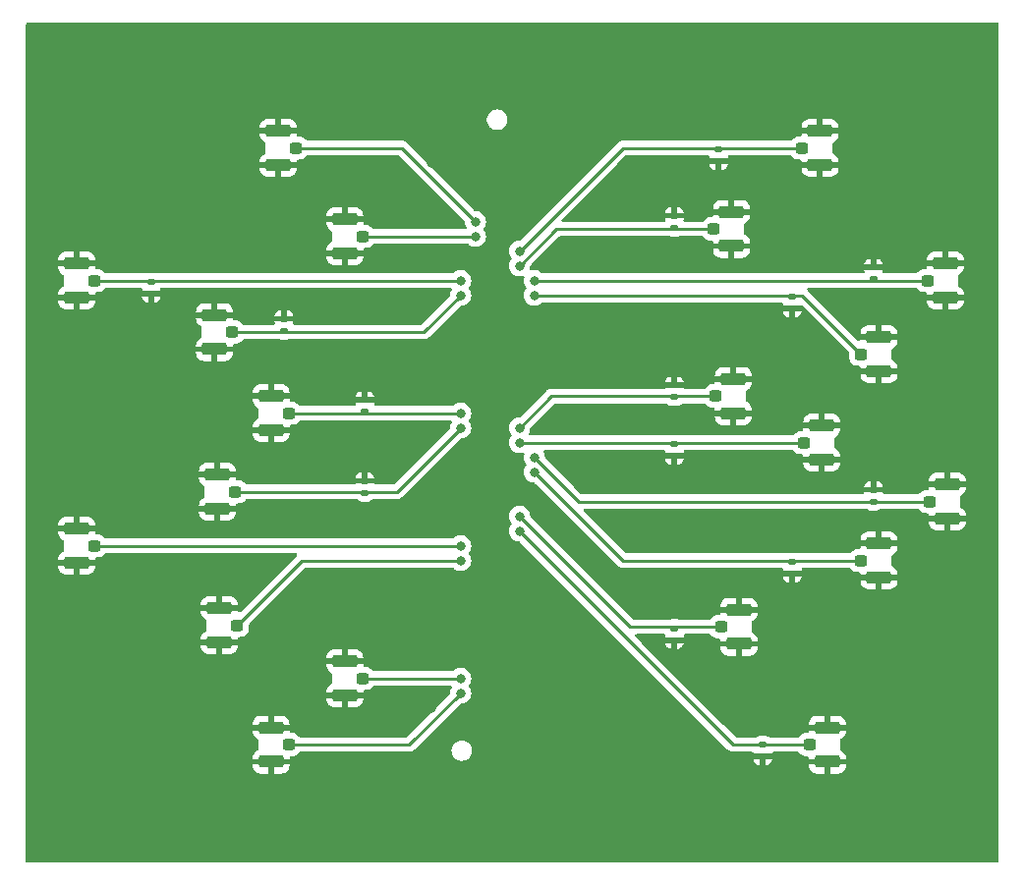
<source format=gbr>
%TF.GenerationSoftware,KiCad,Pcbnew,7.0.10*%
%TF.CreationDate,2024-03-14T12:03:47+01:00*%
%TF.ProjectId,FMC_breakout,464d435f-6272-4656-916b-6f75742e6b69,1.2*%
%TF.SameCoordinates,Original*%
%TF.FileFunction,Copper,L1,Top*%
%TF.FilePolarity,Positive*%
%FSLAX46Y46*%
G04 Gerber Fmt 4.6, Leading zero omitted, Abs format (unit mm)*
G04 Created by KiCad (PCBNEW 7.0.10) date 2024-03-14 12:03:47*
%MOMM*%
%LPD*%
G01*
G04 APERTURE LIST*
G04 Aperture macros list*
%AMRoundRect*
0 Rectangle with rounded corners*
0 $1 Rounding radius*
0 $2 $3 $4 $5 $6 $7 $8 $9 X,Y pos of 4 corners*
0 Add a 4 corners polygon primitive as box body*
4,1,4,$2,$3,$4,$5,$6,$7,$8,$9,$2,$3,0*
0 Add four circle primitives for the rounded corners*
1,1,$1+$1,$2,$3*
1,1,$1+$1,$4,$5*
1,1,$1+$1,$6,$7*
1,1,$1+$1,$8,$9*
0 Add four rect primitives between the rounded corners*
20,1,$1+$1,$2,$3,$4,$5,0*
20,1,$1+$1,$4,$5,$6,$7,0*
20,1,$1+$1,$6,$7,$8,$9,0*
20,1,$1+$1,$8,$9,$2,$3,0*%
G04 Aperture macros list end*
%TA.AperFunction,SMDPad,CuDef*%
%ADD10RoundRect,0.250000X0.275000X0.250000X-0.275000X0.250000X-0.275000X-0.250000X0.275000X-0.250000X0*%
%TD*%
%TA.AperFunction,SMDPad,CuDef*%
%ADD11RoundRect,0.250000X0.850000X0.275000X-0.850000X0.275000X-0.850000X-0.275000X0.850000X-0.275000X0*%
%TD*%
%TA.AperFunction,SMDPad,CuDef*%
%ADD12RoundRect,0.135000X-0.185000X0.135000X-0.185000X-0.135000X0.185000X-0.135000X0.185000X0.135000X0*%
%TD*%
%TA.AperFunction,SMDPad,CuDef*%
%ADD13RoundRect,0.250000X-0.275000X-0.250000X0.275000X-0.250000X0.275000X0.250000X-0.275000X0.250000X0*%
%TD*%
%TA.AperFunction,SMDPad,CuDef*%
%ADD14RoundRect,0.250000X-0.850000X-0.275000X0.850000X-0.275000X0.850000X0.275000X-0.850000X0.275000X0*%
%TD*%
%TA.AperFunction,SMDPad,CuDef*%
%ADD15RoundRect,0.135000X0.185000X-0.135000X0.185000X0.135000X-0.185000X0.135000X-0.185000X-0.135000X0*%
%TD*%
%TA.AperFunction,ViaPad*%
%ADD16C,0.800000*%
%TD*%
%TA.AperFunction,Conductor*%
%ADD17C,0.250000*%
%TD*%
G04 APERTURE END LIST*
D10*
%TO.P,J7,1,In*%
%TO.N,Net-(J0G-Pin_6)*%
X53755000Y-67310000D03*
D11*
%TO.P,J7,2,Ext*%
%TO.N,GND*%
X52230000Y-68785000D03*
X52230000Y-65835000D03*
%TD*%
D12*
%TO.P,R4,1*%
%TO.N,Net-(J0D-Pin_21)*%
X86360000Y-92835000D03*
%TO.P,R4,2*%
%TO.N,GND*%
X86360000Y-93855000D03*
%TD*%
D13*
%TO.P,J6,1,In*%
%TO.N,Net-(J0C-Pin_23)*%
X102455000Y-102870000D03*
D14*
%TO.P,J6,2,Ext*%
%TO.N,GND*%
X103980000Y-101395000D03*
X103980000Y-104345000D03*
%TD*%
D13*
%TO.P,J4,1,In*%
%TO.N,Net-(J0D-Pin_21)*%
X97535000Y-92710000D03*
D14*
%TO.P,J4,2,Ext*%
%TO.N,GND*%
X99060000Y-91235000D03*
X99060000Y-94185000D03*
%TD*%
D12*
%TO.P,R20,1*%
%TO.N,Net-(J0C-Pin_11)*%
X96520000Y-80135000D03*
%TO.P,R20,2*%
%TO.N,GND*%
X96520000Y-81155000D03*
%TD*%
D13*
%TO.P,J2,1,In*%
%TO.N,Net-(J0D-Pin_9)*%
X89755000Y-74295000D03*
D14*
%TO.P,J2,2,Ext*%
%TO.N,GND*%
X91280000Y-72820000D03*
X91280000Y-75770000D03*
%TD*%
D10*
%TO.P,J12,1,In*%
%TO.N,Net-(J0H-Pin_29)*%
X48675000Y-108458000D03*
D11*
%TO.P,J12,2,Ext*%
%TO.N,GND*%
X47150000Y-109933000D03*
X47150000Y-106983000D03*
%TD*%
D12*
%TO.P,R1,1*%
%TO.N,Net-(J0D-Pin_8)*%
X90170000Y-67435000D03*
%TO.P,R1,2*%
%TO.N,GND*%
X90170000Y-68455000D03*
%TD*%
D11*
%TO.P,J15,2,Ext*%
%TO.N,GND*%
X34855000Y-77265000D03*
X34855000Y-80215000D03*
D10*
%TO.P,J15,1,In*%
%TO.N,Net-(J0H-Pin_10)*%
X36380000Y-78740000D03*
%TD*%
D13*
%TO.P,J19,1,In*%
%TO.N,Net-(J0C-Pin_10)*%
X108170000Y-78740000D03*
D14*
%TO.P,J19,2,Ext*%
%TO.N,GND*%
X109695000Y-77265000D03*
X109695000Y-80215000D03*
%TD*%
D10*
%TO.P,J11,1,In*%
%TO.N,Net-(J0H-Pin_28)*%
X36380000Y-101600000D03*
D11*
%TO.P,J11,2,Ext*%
%TO.N,GND*%
X34855000Y-103075000D03*
X34855000Y-100125000D03*
%TD*%
D15*
%TO.P,R5,1*%
%TO.N,Net-(J0C-Pin_22)*%
X103505000Y-97790000D03*
%TO.P,R5,2*%
%TO.N,GND*%
X103505000Y-96770000D03*
%TD*%
D13*
%TO.P,J5,1,In*%
%TO.N,Net-(J0C-Pin_22)*%
X108330000Y-97790000D03*
D14*
%TO.P,J5,2,Ext*%
%TO.N,GND*%
X109855000Y-96315000D03*
X109855000Y-99265000D03*
%TD*%
D15*
%TO.P,R14,1*%
%TO.N,Net-(J0H-Pin_20)*%
X59690000Y-97030000D03*
%TO.P,R14,2*%
%TO.N,GND*%
X59690000Y-96010000D03*
%TD*%
D10*
%TO.P,J8,1,In*%
%TO.N,Net-(J0G-Pin_7)*%
X59470000Y-74930000D03*
D11*
%TO.P,J8,2,Ext*%
%TO.N,GND*%
X57945000Y-76405000D03*
X57945000Y-73455000D03*
%TD*%
D12*
%TO.P,R6,1*%
%TO.N,Net-(J0C-Pin_23)*%
X96520000Y-102995000D03*
%TO.P,R6,2*%
%TO.N,GND*%
X96520000Y-104015000D03*
%TD*%
D13*
%TO.P,J20,1,In*%
%TO.N,Net-(J0C-Pin_11)*%
X102455000Y-85090000D03*
D14*
%TO.P,J20,2,Ext*%
%TO.N,GND*%
X103980000Y-83615000D03*
X103980000Y-86565000D03*
%TD*%
D12*
%TO.P,R15,2*%
%TO.N,GND*%
X41275000Y-79885000D03*
%TO.P,R15,1*%
%TO.N,Net-(J0H-Pin_10)*%
X41275000Y-78865000D03*
%TD*%
D13*
%TO.P,J17,1,In*%
%TO.N,Net-(J0D-Pin_26)*%
X90390000Y-108585000D03*
D14*
%TO.P,J17,2,Ext*%
%TO.N,GND*%
X91915000Y-107110000D03*
X91915000Y-110060000D03*
%TD*%
D10*
%TO.P,J10,1,In*%
%TO.N,Net-(J0H-Pin_38)*%
X53120000Y-118745000D03*
D11*
%TO.P,J10,2,Ext*%
%TO.N,GND*%
X51595000Y-120220000D03*
X51595000Y-117270000D03*
%TD*%
D13*
%TO.P,J3,1,In*%
%TO.N,Net-(J0D-Pin_20)*%
X89915000Y-88695000D03*
D14*
%TO.P,J3,2,Ext*%
%TO.N,GND*%
X91440000Y-87220000D03*
X91440000Y-90170000D03*
%TD*%
D10*
%TO.P,J9,1,In*%
%TO.N,Net-(J0H-Pin_37)*%
X59470000Y-113030000D03*
D11*
%TO.P,J9,2,Ext*%
%TO.N,GND*%
X57945000Y-114505000D03*
X57945000Y-111555000D03*
%TD*%
D10*
%TO.P,J14,1,In*%
%TO.N,Net-(J0H-Pin_20)*%
X48515000Y-96950000D03*
D11*
%TO.P,J14,2,Ext*%
%TO.N,GND*%
X46990000Y-98425000D03*
X46990000Y-95475000D03*
%TD*%
D12*
%TO.P,R17,1*%
%TO.N,Net-(J0D-Pin_26)*%
X86360000Y-108710000D03*
%TO.P,R17,2*%
%TO.N,GND*%
X86360000Y-109730000D03*
%TD*%
D13*
%TO.P,J18,1,In*%
%TO.N,Net-(J0D-Pin_27)*%
X98010000Y-118745000D03*
D14*
%TO.P,J18,2,Ext*%
%TO.N,GND*%
X99535000Y-117270000D03*
X99535000Y-120220000D03*
%TD*%
D15*
%TO.P,R3,1*%
%TO.N,Net-(J0D-Pin_20)*%
X86360000Y-88775000D03*
%TO.P,R3,2*%
%TO.N,GND*%
X86360000Y-87755000D03*
%TD*%
D10*
%TO.P,J13,1,In*%
%TO.N,Net-(J0H-Pin_19)*%
X53120000Y-90170000D03*
D11*
%TO.P,J13,2,Ext*%
%TO.N,GND*%
X51595000Y-91645000D03*
X51595000Y-88695000D03*
%TD*%
D13*
%TO.P,J1,1,In*%
%TO.N,Net-(J0D-Pin_8)*%
X97375000Y-67310000D03*
D14*
%TO.P,J1,2,Ext*%
%TO.N,GND*%
X98900000Y-65835000D03*
X98900000Y-68785000D03*
%TD*%
D15*
%TO.P,R19,1*%
%TO.N,Net-(J0C-Pin_10)*%
X103505000Y-78615000D03*
%TO.P,R19,2*%
%TO.N,GND*%
X103505000Y-77595000D03*
%TD*%
D12*
%TO.P,R18,1*%
%TO.N,Net-(J0D-Pin_27)*%
X93980000Y-118745000D03*
%TO.P,R18,2*%
%TO.N,GND*%
X93980000Y-119765000D03*
%TD*%
D15*
%TO.P,R2,1*%
%TO.N,Net-(J0D-Pin_9)*%
X86360000Y-74170000D03*
%TO.P,R2,2*%
%TO.N,GND*%
X86360000Y-73150000D03*
%TD*%
%TO.P,R16,1*%
%TO.N,Net-(J0H-Pin_11)*%
X52705000Y-83060000D03*
%TO.P,R16,2*%
%TO.N,GND*%
X52705000Y-82040000D03*
%TD*%
D10*
%TO.P,J16,1,In*%
%TO.N,Net-(J0H-Pin_11)*%
X48260000Y-83185000D03*
D11*
%TO.P,J16,2,Ext*%
%TO.N,GND*%
X46735000Y-84660000D03*
X46735000Y-81710000D03*
%TD*%
D15*
%TO.P,R13,1*%
%TO.N,Net-(J0H-Pin_19)*%
X59690000Y-90045000D03*
%TO.P,R13,2*%
%TO.N,GND*%
X59690000Y-89025000D03*
%TD*%
D16*
%TO.N,GND*%
X74295000Y-107950000D03*
X76835000Y-116840000D03*
X73025000Y-115570000D03*
X69215000Y-116840000D03*
X65405000Y-115570000D03*
X76835000Y-67310000D03*
X67945000Y-69850000D03*
X65405000Y-68580000D03*
%TO.N,Net-(J0C-Pin_10)*%
X74295000Y-78740000D03*
%TO.N,Net-(J0C-Pin_11)*%
X74295000Y-80010000D03*
%TO.N,Net-(J0C-Pin_22)*%
X74295000Y-93980000D03*
%TO.N,Net-(J0C-Pin_23)*%
X74295000Y-95250000D03*
%TO.N,Net-(J0D-Pin_8)*%
X73025000Y-76200000D03*
%TO.N,Net-(J0D-Pin_9)*%
X73025000Y-77470000D03*
%TO.N,Net-(J0D-Pin_20)*%
X73025000Y-91440000D03*
%TO.N,Net-(J0D-Pin_21)*%
X73025000Y-92710000D03*
%TO.N,Net-(J0D-Pin_26)*%
X73025000Y-99060000D03*
%TO.N,Net-(J0D-Pin_27)*%
X73025000Y-100330000D03*
%TO.N,Net-(J0G-Pin_6)*%
X69215000Y-73660000D03*
%TO.N,Net-(J0G-Pin_7)*%
X69215000Y-74930000D03*
%TO.N,Net-(J0H-Pin_10)*%
X67945000Y-78740000D03*
%TO.N,Net-(J0H-Pin_11)*%
X67945000Y-80010000D03*
%TO.N,Net-(J0H-Pin_19)*%
X67945000Y-90170000D03*
%TO.N,Net-(J0H-Pin_20)*%
X67945000Y-91440000D03*
%TO.N,Net-(J0H-Pin_28)*%
X67945000Y-101600000D03*
%TO.N,Net-(J0H-Pin_29)*%
X67945000Y-102870000D03*
%TO.N,Net-(J0H-Pin_37)*%
X67945000Y-113030000D03*
%TO.N,Net-(J0H-Pin_38)*%
X67945000Y-114300000D03*
%TD*%
D17*
%TO.N,Net-(J0D-Pin_27)*%
X73025000Y-100330000D02*
X91440000Y-118745000D01*
X91440000Y-118745000D02*
X98010000Y-118745000D01*
%TO.N,Net-(J0D-Pin_26)*%
X82550000Y-108585000D02*
X90390000Y-108585000D01*
X73025000Y-99060000D02*
X82550000Y-108585000D01*
%TO.N,Net-(J0C-Pin_23)*%
X81915000Y-102870000D02*
X74295000Y-95250000D01*
X102455000Y-102870000D02*
X81915000Y-102870000D01*
%TO.N,Net-(J0C-Pin_22)*%
X78105000Y-97790000D02*
X108330000Y-97790000D01*
X74295000Y-93980000D02*
X78105000Y-97790000D01*
%TO.N,Net-(J0D-Pin_21)*%
X73025000Y-92710000D02*
X97535000Y-92710000D01*
%TO.N,Net-(J0D-Pin_20)*%
X75770000Y-88695000D02*
X89915000Y-88695000D01*
X73025000Y-91440000D02*
X75770000Y-88695000D01*
%TO.N,Net-(J0C-Pin_11)*%
X74295000Y-80010000D02*
X97375000Y-80010000D01*
X97375000Y-80010000D02*
X102455000Y-85090000D01*
%TO.N,Net-(J0D-Pin_8)*%
X81915000Y-67310000D02*
X97375000Y-67310000D01*
X73025000Y-76200000D02*
X81915000Y-67310000D01*
%TO.N,Net-(J0C-Pin_10)*%
X74295000Y-78740000D02*
X108170000Y-78740000D01*
%TO.N,Net-(J0D-Pin_9)*%
X76200000Y-74295000D02*
X73025000Y-77470000D01*
X89755000Y-74295000D02*
X76200000Y-74295000D01*
%TO.N,Net-(J0H-Pin_37)*%
X59470000Y-113030000D02*
X67945000Y-113030000D01*
%TO.N,Net-(J0H-Pin_38)*%
X63500000Y-118745000D02*
X67945000Y-114300000D01*
X53120000Y-118745000D02*
X63500000Y-118745000D01*
%TO.N,Net-(J0H-Pin_28)*%
X36380000Y-101600000D02*
X67945000Y-101600000D01*
%TO.N,Net-(J0H-Pin_29)*%
X54263000Y-102870000D02*
X48675000Y-108458000D01*
X67945000Y-102870000D02*
X54263000Y-102870000D01*
%TO.N,Net-(J0H-Pin_20)*%
X62435000Y-96950000D02*
X48515000Y-96950000D01*
X67945000Y-91440000D02*
X62435000Y-96950000D01*
%TO.N,Net-(J0H-Pin_19)*%
X53120000Y-90170000D02*
X67945000Y-90170000D01*
%TO.N,Net-(J0H-Pin_11)*%
X67945000Y-80010000D02*
X64770000Y-83185000D01*
X64770000Y-83185000D02*
X48260000Y-83185000D01*
%TO.N,Net-(J0H-Pin_10)*%
X67945000Y-78740000D02*
X36380000Y-78740000D01*
%TO.N,Net-(J0G-Pin_6)*%
X62865000Y-67310000D02*
X53755000Y-67310000D01*
X69215000Y-73660000D02*
X62865000Y-67310000D01*
%TO.N,Net-(J0G-Pin_7)*%
X69215000Y-74930000D02*
X59470000Y-74930000D01*
%TO.N,Net-(J0D-Pin_21)*%
X73025000Y-92710000D02*
X73150000Y-92835000D01*
%TD*%
%TA.AperFunction,Conductor*%
%TO.N,GND*%
G36*
X114243039Y-56534685D02*
G01*
X114288794Y-56587489D01*
X114300000Y-56639000D01*
X114300000Y-128781000D01*
X114280315Y-128848039D01*
X114227511Y-128893794D01*
X114176000Y-128905000D01*
X30604000Y-128905000D01*
X30536961Y-128885315D01*
X30491206Y-128832511D01*
X30480000Y-128781000D01*
X30480000Y-120470000D01*
X49995001Y-120470000D01*
X49995001Y-120544986D01*
X50005494Y-120647697D01*
X50060641Y-120814119D01*
X50060643Y-120814124D01*
X50152684Y-120963345D01*
X50276654Y-121087315D01*
X50425875Y-121179356D01*
X50425880Y-121179358D01*
X50592302Y-121234505D01*
X50592309Y-121234506D01*
X50695019Y-121244999D01*
X51344999Y-121244999D01*
X51345000Y-121244998D01*
X51345000Y-120470000D01*
X51845000Y-120470000D01*
X51845000Y-121244999D01*
X52494972Y-121244999D01*
X52494986Y-121244998D01*
X52597697Y-121234505D01*
X52764119Y-121179358D01*
X52764124Y-121179356D01*
X52913345Y-121087315D01*
X53037315Y-120963345D01*
X53129356Y-120814124D01*
X53129358Y-120814119D01*
X53184505Y-120647697D01*
X53184506Y-120647690D01*
X53194999Y-120544986D01*
X53195000Y-120544973D01*
X53195000Y-120470000D01*
X51845000Y-120470000D01*
X51345000Y-120470000D01*
X49995001Y-120470000D01*
X30480000Y-120470000D01*
X30480000Y-119970000D01*
X49995000Y-119970000D01*
X53194999Y-119970000D01*
X53194999Y-119895028D01*
X53194998Y-119895015D01*
X53193679Y-119882102D01*
X53206448Y-119813409D01*
X53254328Y-119762524D01*
X53317036Y-119745499D01*
X53445008Y-119745499D01*
X53547797Y-119734999D01*
X53714334Y-119679814D01*
X53863656Y-119587712D01*
X53987712Y-119463656D01*
X54008839Y-119429402D01*
X54060787Y-119382679D01*
X54114378Y-119370500D01*
X63417257Y-119370500D01*
X63432877Y-119372224D01*
X63432904Y-119371939D01*
X63440660Y-119372671D01*
X63440667Y-119372673D01*
X63507873Y-119370561D01*
X63511768Y-119370500D01*
X63539346Y-119370500D01*
X63539350Y-119370500D01*
X63543324Y-119369997D01*
X63554963Y-119369080D01*
X63598627Y-119367709D01*
X63617869Y-119362117D01*
X63636912Y-119358174D01*
X63637736Y-119358070D01*
X67154500Y-119358070D01*
X67157604Y-119372672D01*
X67193199Y-119540141D01*
X67193201Y-119540147D01*
X67231371Y-119625875D01*
X67262147Y-119695000D01*
X67268910Y-119710188D01*
X67268909Y-119710188D01*
X67294563Y-119745498D01*
X67378320Y-119860779D01*
X67378321Y-119860780D01*
X67378322Y-119860781D01*
X67378324Y-119860784D01*
X67416357Y-119895028D01*
X67516649Y-119985331D01*
X67677851Y-120078401D01*
X67677853Y-120078401D01*
X67677856Y-120078403D01*
X67766365Y-120107161D01*
X67854880Y-120135921D01*
X67993589Y-120150500D01*
X67993594Y-120150500D01*
X68086406Y-120150500D01*
X68086411Y-120150500D01*
X68225120Y-120135921D01*
X68402149Y-120078401D01*
X68511963Y-120015000D01*
X93167156Y-120015000D01*
X93207595Y-120154194D01*
X93289261Y-120292285D01*
X93289268Y-120292294D01*
X93402705Y-120405731D01*
X93402714Y-120405738D01*
X93540808Y-120487406D01*
X93540811Y-120487407D01*
X93694871Y-120532166D01*
X93694877Y-120532167D01*
X93730000Y-120534931D01*
X93730000Y-120015000D01*
X94230000Y-120015000D01*
X94230000Y-120534930D01*
X94265122Y-120532167D01*
X94265128Y-120532166D01*
X94419188Y-120487407D01*
X94419191Y-120487406D01*
X94448623Y-120470000D01*
X97935001Y-120470000D01*
X97935001Y-120544986D01*
X97945494Y-120647697D01*
X98000641Y-120814119D01*
X98000643Y-120814124D01*
X98092684Y-120963345D01*
X98216654Y-121087315D01*
X98365875Y-121179356D01*
X98365880Y-121179358D01*
X98532302Y-121234505D01*
X98532309Y-121234506D01*
X98635019Y-121244999D01*
X99284999Y-121244999D01*
X99285000Y-121244998D01*
X99285000Y-120470000D01*
X99785000Y-120470000D01*
X99785000Y-121244999D01*
X100434972Y-121244999D01*
X100434986Y-121244998D01*
X100537697Y-121234505D01*
X100704119Y-121179358D01*
X100704124Y-121179356D01*
X100853345Y-121087315D01*
X100977315Y-120963345D01*
X101069356Y-120814124D01*
X101069358Y-120814119D01*
X101124505Y-120647697D01*
X101124506Y-120647690D01*
X101134999Y-120544986D01*
X101135000Y-120544973D01*
X101135000Y-120470000D01*
X99785000Y-120470000D01*
X99285000Y-120470000D01*
X97935001Y-120470000D01*
X94448623Y-120470000D01*
X94557285Y-120405738D01*
X94557294Y-120405731D01*
X94670731Y-120292294D01*
X94670738Y-120292285D01*
X94752404Y-120154194D01*
X94792844Y-120015000D01*
X94230000Y-120015000D01*
X93730000Y-120015000D01*
X93167156Y-120015000D01*
X68511963Y-120015000D01*
X68563351Y-119985331D01*
X68671709Y-119887764D01*
X68701675Y-119860784D01*
X68701675Y-119860782D01*
X68701680Y-119860779D01*
X68811090Y-119710189D01*
X68886800Y-119540142D01*
X68925500Y-119358070D01*
X68925500Y-119171930D01*
X68886800Y-118989858D01*
X68886798Y-118989852D01*
X68856386Y-118921547D01*
X68811090Y-118819811D01*
X68701680Y-118669221D01*
X68701677Y-118669218D01*
X68701675Y-118669215D01*
X68611536Y-118588055D01*
X68563351Y-118544669D01*
X68402149Y-118451599D01*
X68402143Y-118451596D01*
X68225124Y-118394080D01*
X68225122Y-118394079D01*
X68185488Y-118389913D01*
X68086411Y-118379500D01*
X67993589Y-118379500D01*
X67906895Y-118388611D01*
X67854877Y-118394079D01*
X67854875Y-118394080D01*
X67677856Y-118451596D01*
X67677850Y-118451599D01*
X67516650Y-118544668D01*
X67378324Y-118669215D01*
X67378322Y-118669218D01*
X67268909Y-118819811D01*
X67193201Y-118989852D01*
X67193199Y-118989858D01*
X67163671Y-119128784D01*
X67154500Y-119171930D01*
X67154500Y-119358070D01*
X63637736Y-119358070D01*
X63656792Y-119355664D01*
X63697401Y-119339585D01*
X63708444Y-119335803D01*
X63750390Y-119323618D01*
X63767629Y-119313422D01*
X63785103Y-119304862D01*
X63803727Y-119297488D01*
X63803727Y-119297487D01*
X63803732Y-119297486D01*
X63839083Y-119271800D01*
X63848814Y-119265408D01*
X63886420Y-119243170D01*
X63900589Y-119228999D01*
X63915379Y-119216368D01*
X63931587Y-119204594D01*
X63959438Y-119170926D01*
X63967279Y-119162309D01*
X67892772Y-115236819D01*
X67954095Y-115203334D01*
X67980453Y-115200500D01*
X68039644Y-115200500D01*
X68039646Y-115200500D01*
X68224803Y-115161144D01*
X68397730Y-115084151D01*
X68550871Y-114972888D01*
X68677533Y-114832216D01*
X68772179Y-114668284D01*
X68830674Y-114488256D01*
X68850460Y-114300000D01*
X68830674Y-114111744D01*
X68772179Y-113931716D01*
X68677533Y-113767784D01*
X68659693Y-113747971D01*
X68629464Y-113684981D01*
X68638089Y-113615646D01*
X68659694Y-113582028D01*
X68677533Y-113562216D01*
X68772179Y-113398284D01*
X68830674Y-113218256D01*
X68850460Y-113030000D01*
X68830674Y-112841744D01*
X68772179Y-112661716D01*
X68677533Y-112497784D01*
X68550871Y-112357112D01*
X68550870Y-112357111D01*
X68397734Y-112245851D01*
X68397729Y-112245848D01*
X68224807Y-112168857D01*
X68224802Y-112168855D01*
X68079001Y-112137865D01*
X68039646Y-112129500D01*
X67850354Y-112129500D01*
X67817897Y-112136398D01*
X67665197Y-112168855D01*
X67665192Y-112168857D01*
X67492270Y-112245848D01*
X67492265Y-112245851D01*
X67339130Y-112357110D01*
X67339126Y-112357114D01*
X67333400Y-112363474D01*
X67273913Y-112400121D01*
X67241252Y-112404500D01*
X60464378Y-112404500D01*
X60397339Y-112384815D01*
X60358839Y-112345597D01*
X60337712Y-112311344D01*
X60213656Y-112187288D01*
X60064334Y-112095186D01*
X59897797Y-112040001D01*
X59897795Y-112040000D01*
X59795016Y-112029500D01*
X59667038Y-112029500D01*
X59599999Y-112009815D01*
X59554244Y-111957011D01*
X59543680Y-111892895D01*
X59544999Y-111879980D01*
X59545000Y-111879973D01*
X59545000Y-111805000D01*
X56345001Y-111805000D01*
X56345001Y-111879986D01*
X56355494Y-111982697D01*
X56410641Y-112149119D01*
X56410643Y-112149124D01*
X56502684Y-112298345D01*
X56626654Y-112422315D01*
X56782025Y-112518149D01*
X56780965Y-112519866D01*
X56825833Y-112559359D01*
X56845000Y-112625586D01*
X56845000Y-113434413D01*
X56825315Y-113501452D01*
X56780989Y-113540171D01*
X56782025Y-113541851D01*
X56626654Y-113637684D01*
X56502684Y-113761654D01*
X56410643Y-113910875D01*
X56410641Y-113910880D01*
X56355494Y-114077302D01*
X56355493Y-114077309D01*
X56345000Y-114180013D01*
X56345000Y-114255000D01*
X59544999Y-114255000D01*
X59544999Y-114180028D01*
X59544998Y-114180015D01*
X59543679Y-114167102D01*
X59556448Y-114098409D01*
X59604328Y-114047524D01*
X59667036Y-114030499D01*
X59795008Y-114030499D01*
X59897797Y-114019999D01*
X60064334Y-113964814D01*
X60213656Y-113872712D01*
X60337712Y-113748656D01*
X60358839Y-113714402D01*
X60410787Y-113667679D01*
X60464378Y-113655500D01*
X67062520Y-113655500D01*
X67129559Y-113675185D01*
X67175314Y-113727989D01*
X67185258Y-113797147D01*
X67169907Y-113841500D01*
X67117821Y-113931715D01*
X67117818Y-113931722D01*
X67059327Y-114111740D01*
X67059326Y-114111744D01*
X67044270Y-114255000D01*
X67041679Y-114279649D01*
X67015094Y-114344263D01*
X67006039Y-114354368D01*
X63277228Y-118083181D01*
X63215905Y-118116666D01*
X63189547Y-118119500D01*
X54114378Y-118119500D01*
X54047339Y-118099815D01*
X54008839Y-118060597D01*
X53987712Y-118026344D01*
X53863656Y-117902288D01*
X53714334Y-117810186D01*
X53547797Y-117755001D01*
X53547795Y-117755000D01*
X53445016Y-117744500D01*
X53317038Y-117744500D01*
X53249999Y-117724815D01*
X53204244Y-117672011D01*
X53193680Y-117607895D01*
X53194999Y-117594980D01*
X53195000Y-117594973D01*
X53195000Y-117520000D01*
X49995001Y-117520000D01*
X49995001Y-117594986D01*
X50005494Y-117697697D01*
X50060641Y-117864119D01*
X50060643Y-117864124D01*
X50152684Y-118013345D01*
X50276654Y-118137315D01*
X50432025Y-118233149D01*
X50430965Y-118234866D01*
X50475833Y-118274359D01*
X50495000Y-118340586D01*
X50495000Y-119149413D01*
X50475315Y-119216452D01*
X50430989Y-119255171D01*
X50432025Y-119256851D01*
X50276654Y-119352684D01*
X50152684Y-119476654D01*
X50060643Y-119625875D01*
X50060641Y-119625880D01*
X50005494Y-119792302D01*
X50005493Y-119792309D01*
X49995000Y-119895013D01*
X49995000Y-119970000D01*
X30480000Y-119970000D01*
X30480000Y-117020000D01*
X49995000Y-117020000D01*
X51345000Y-117020000D01*
X51345000Y-116245000D01*
X51845000Y-116245000D01*
X51845000Y-117020000D01*
X53194999Y-117020000D01*
X53194999Y-116945028D01*
X53194998Y-116945013D01*
X53184505Y-116842302D01*
X53129358Y-116675880D01*
X53129356Y-116675875D01*
X53037315Y-116526654D01*
X52913345Y-116402684D01*
X52764124Y-116310643D01*
X52764119Y-116310641D01*
X52597697Y-116255494D01*
X52597690Y-116255493D01*
X52494986Y-116245000D01*
X51845000Y-116245000D01*
X51345000Y-116245000D01*
X50695028Y-116245000D01*
X50695012Y-116245001D01*
X50592302Y-116255494D01*
X50425880Y-116310641D01*
X50425875Y-116310643D01*
X50276654Y-116402684D01*
X50152684Y-116526654D01*
X50060643Y-116675875D01*
X50060641Y-116675880D01*
X50005494Y-116842302D01*
X50005493Y-116842309D01*
X49995000Y-116945013D01*
X49995000Y-117020000D01*
X30480000Y-117020000D01*
X30480000Y-114755000D01*
X56345001Y-114755000D01*
X56345001Y-114829986D01*
X56355494Y-114932697D01*
X56410641Y-115099119D01*
X56410643Y-115099124D01*
X56502684Y-115248345D01*
X56626654Y-115372315D01*
X56775875Y-115464356D01*
X56775880Y-115464358D01*
X56942302Y-115519505D01*
X56942309Y-115519506D01*
X57045019Y-115529999D01*
X57694999Y-115529999D01*
X57695000Y-115529998D01*
X57695000Y-114755000D01*
X58195000Y-114755000D01*
X58195000Y-115529999D01*
X58844972Y-115529999D01*
X58844986Y-115529998D01*
X58947697Y-115519505D01*
X59114119Y-115464358D01*
X59114124Y-115464356D01*
X59263345Y-115372315D01*
X59387315Y-115248345D01*
X59479356Y-115099124D01*
X59479358Y-115099119D01*
X59534505Y-114932697D01*
X59534506Y-114932690D01*
X59544999Y-114829986D01*
X59545000Y-114829973D01*
X59545000Y-114755000D01*
X58195000Y-114755000D01*
X57695000Y-114755000D01*
X56345001Y-114755000D01*
X30480000Y-114755000D01*
X30480000Y-111305000D01*
X56345000Y-111305000D01*
X57695000Y-111305000D01*
X57695000Y-110530000D01*
X58195000Y-110530000D01*
X58195000Y-111305000D01*
X59544999Y-111305000D01*
X59544999Y-111230028D01*
X59544998Y-111230013D01*
X59534505Y-111127302D01*
X59479358Y-110960880D01*
X59479356Y-110960875D01*
X59387315Y-110811654D01*
X59263345Y-110687684D01*
X59114124Y-110595643D01*
X59114119Y-110595641D01*
X58947697Y-110540494D01*
X58947690Y-110540493D01*
X58844986Y-110530000D01*
X58195000Y-110530000D01*
X57695000Y-110530000D01*
X57045028Y-110530000D01*
X57045012Y-110530001D01*
X56942302Y-110540494D01*
X56775880Y-110595641D01*
X56775875Y-110595643D01*
X56626654Y-110687684D01*
X56502684Y-110811654D01*
X56410643Y-110960875D01*
X56410641Y-110960880D01*
X56355494Y-111127302D01*
X56355493Y-111127309D01*
X56345000Y-111230013D01*
X56345000Y-111305000D01*
X30480000Y-111305000D01*
X30480000Y-110183000D01*
X45550001Y-110183000D01*
X45550001Y-110257986D01*
X45560494Y-110360697D01*
X45615641Y-110527119D01*
X45615643Y-110527124D01*
X45707684Y-110676345D01*
X45831654Y-110800315D01*
X45980875Y-110892356D01*
X45980880Y-110892358D01*
X46147302Y-110947505D01*
X46147309Y-110947506D01*
X46250019Y-110957999D01*
X46899999Y-110957999D01*
X46900000Y-110957998D01*
X46900000Y-110183000D01*
X47400000Y-110183000D01*
X47400000Y-110957999D01*
X48049972Y-110957999D01*
X48049986Y-110957998D01*
X48152697Y-110947505D01*
X48319119Y-110892358D01*
X48319124Y-110892356D01*
X48468345Y-110800315D01*
X48592315Y-110676345D01*
X48684356Y-110527124D01*
X48684358Y-110527119D01*
X48739505Y-110360697D01*
X48739506Y-110360690D01*
X48749999Y-110257986D01*
X48750000Y-110257973D01*
X48750000Y-110183000D01*
X47400000Y-110183000D01*
X46900000Y-110183000D01*
X45550001Y-110183000D01*
X30480000Y-110183000D01*
X30480000Y-106733000D01*
X45550000Y-106733000D01*
X46900000Y-106733000D01*
X46900000Y-105958000D01*
X47400000Y-105958000D01*
X47400000Y-106733000D01*
X48749999Y-106733000D01*
X48749999Y-106658028D01*
X48749998Y-106658013D01*
X48739505Y-106555302D01*
X48684358Y-106388880D01*
X48684356Y-106388875D01*
X48592315Y-106239654D01*
X48468345Y-106115684D01*
X48319124Y-106023643D01*
X48319119Y-106023641D01*
X48152697Y-105968494D01*
X48152690Y-105968493D01*
X48049986Y-105958000D01*
X47400000Y-105958000D01*
X46900000Y-105958000D01*
X46250028Y-105958000D01*
X46250012Y-105958001D01*
X46147302Y-105968494D01*
X45980880Y-106023641D01*
X45980875Y-106023643D01*
X45831654Y-106115684D01*
X45707684Y-106239654D01*
X45615643Y-106388875D01*
X45615641Y-106388880D01*
X45560494Y-106555302D01*
X45560493Y-106555309D01*
X45550000Y-106658013D01*
X45550000Y-106733000D01*
X30480000Y-106733000D01*
X30480000Y-103325000D01*
X33255001Y-103325000D01*
X33255001Y-103399986D01*
X33265494Y-103502697D01*
X33320641Y-103669119D01*
X33320643Y-103669124D01*
X33412684Y-103818345D01*
X33536654Y-103942315D01*
X33685875Y-104034356D01*
X33685880Y-104034358D01*
X33852302Y-104089505D01*
X33852309Y-104089506D01*
X33955019Y-104099999D01*
X34604999Y-104099999D01*
X34605000Y-104099998D01*
X34605000Y-103325000D01*
X35105000Y-103325000D01*
X35105000Y-104099999D01*
X35754972Y-104099999D01*
X35754986Y-104099998D01*
X35857697Y-104089505D01*
X36024119Y-104034358D01*
X36024124Y-104034356D01*
X36173345Y-103942315D01*
X36297315Y-103818345D01*
X36389356Y-103669124D01*
X36389358Y-103669119D01*
X36444505Y-103502697D01*
X36444506Y-103502690D01*
X36454999Y-103399986D01*
X36455000Y-103399973D01*
X36455000Y-103325000D01*
X35105000Y-103325000D01*
X34605000Y-103325000D01*
X33255001Y-103325000D01*
X30480000Y-103325000D01*
X30480000Y-102825000D01*
X33255000Y-102825000D01*
X36454999Y-102825000D01*
X36454999Y-102750028D01*
X36454998Y-102750015D01*
X36453679Y-102737102D01*
X36466448Y-102668409D01*
X36514328Y-102617524D01*
X36577036Y-102600499D01*
X36705008Y-102600499D01*
X36807797Y-102589999D01*
X36974334Y-102534814D01*
X37123656Y-102442712D01*
X37247712Y-102318656D01*
X37268839Y-102284402D01*
X37320787Y-102237679D01*
X37374378Y-102225500D01*
X53720867Y-102225500D01*
X53787906Y-102245185D01*
X53833661Y-102297989D01*
X53843605Y-102367147D01*
X53816405Y-102428547D01*
X53803568Y-102444062D01*
X53795711Y-102452696D01*
X48961681Y-107286727D01*
X48900358Y-107320212D01*
X48830666Y-107315228D01*
X48774733Y-107273356D01*
X48765439Y-107248439D01*
X48750000Y-107233000D01*
X45550001Y-107233000D01*
X45550001Y-107307986D01*
X45560494Y-107410697D01*
X45615641Y-107577119D01*
X45615643Y-107577124D01*
X45707684Y-107726345D01*
X45831654Y-107850315D01*
X45987025Y-107946149D01*
X45985965Y-107947866D01*
X46030833Y-107987359D01*
X46050000Y-108053586D01*
X46050000Y-108862413D01*
X46030315Y-108929452D01*
X45985989Y-108968171D01*
X45987025Y-108969851D01*
X45831654Y-109065684D01*
X45707684Y-109189654D01*
X45615643Y-109338875D01*
X45615641Y-109338880D01*
X45560494Y-109505302D01*
X45560493Y-109505309D01*
X45550000Y-109608013D01*
X45550000Y-109683000D01*
X48749999Y-109683000D01*
X48749999Y-109608028D01*
X48749998Y-109608015D01*
X48748679Y-109595102D01*
X48761448Y-109526409D01*
X48809328Y-109475524D01*
X48872036Y-109458499D01*
X49000008Y-109458499D01*
X49102797Y-109447999D01*
X49269334Y-109392814D01*
X49418656Y-109300712D01*
X49542712Y-109176656D01*
X49634814Y-109027334D01*
X49689999Y-108860797D01*
X49700500Y-108758009D01*
X49700499Y-108368450D01*
X49720183Y-108301412D01*
X49736813Y-108280775D01*
X54485772Y-103531819D01*
X54547095Y-103498334D01*
X54573453Y-103495500D01*
X67241252Y-103495500D01*
X67308291Y-103515185D01*
X67333400Y-103536526D01*
X67339126Y-103542885D01*
X67339130Y-103542889D01*
X67492265Y-103654148D01*
X67492270Y-103654151D01*
X67665192Y-103731142D01*
X67665197Y-103731144D01*
X67850354Y-103770500D01*
X67850355Y-103770500D01*
X68039644Y-103770500D01*
X68039646Y-103770500D01*
X68224803Y-103731144D01*
X68397730Y-103654151D01*
X68550871Y-103542888D01*
X68677533Y-103402216D01*
X68772179Y-103238284D01*
X68830674Y-103058256D01*
X68850460Y-102870000D01*
X68830674Y-102681744D01*
X68772179Y-102501716D01*
X68677533Y-102337784D01*
X68659693Y-102317971D01*
X68629464Y-102254981D01*
X68638089Y-102185646D01*
X68659694Y-102152028D01*
X68660312Y-102151342D01*
X68677533Y-102132216D01*
X68772179Y-101968284D01*
X68830674Y-101788256D01*
X68850460Y-101600000D01*
X68830674Y-101411744D01*
X68772179Y-101231716D01*
X68677533Y-101067784D01*
X68550871Y-100927112D01*
X68550870Y-100927111D01*
X68397734Y-100815851D01*
X68397729Y-100815848D01*
X68224807Y-100738857D01*
X68224802Y-100738855D01*
X68079001Y-100707865D01*
X68039646Y-100699500D01*
X67850354Y-100699500D01*
X67817897Y-100706398D01*
X67665197Y-100738855D01*
X67665192Y-100738857D01*
X67492270Y-100815848D01*
X67492265Y-100815851D01*
X67339130Y-100927110D01*
X67339126Y-100927114D01*
X67333400Y-100933474D01*
X67273913Y-100970121D01*
X67241252Y-100974500D01*
X37374378Y-100974500D01*
X37307339Y-100954815D01*
X37268839Y-100915597D01*
X37247712Y-100881344D01*
X37123656Y-100757288D01*
X36974334Y-100665186D01*
X36807797Y-100610001D01*
X36807795Y-100610000D01*
X36705016Y-100599500D01*
X36577038Y-100599500D01*
X36509999Y-100579815D01*
X36464244Y-100527011D01*
X36453680Y-100462895D01*
X36454999Y-100449980D01*
X36455000Y-100449973D01*
X36455000Y-100375000D01*
X33255001Y-100375000D01*
X33255001Y-100449986D01*
X33265494Y-100552697D01*
X33320641Y-100719119D01*
X33320643Y-100719124D01*
X33412684Y-100868345D01*
X33536654Y-100992315D01*
X33692025Y-101088149D01*
X33690965Y-101089866D01*
X33735833Y-101129359D01*
X33755000Y-101195586D01*
X33755000Y-102004413D01*
X33735315Y-102071452D01*
X33690989Y-102110171D01*
X33692025Y-102111851D01*
X33536654Y-102207684D01*
X33412684Y-102331654D01*
X33320643Y-102480875D01*
X33320641Y-102480880D01*
X33265494Y-102647302D01*
X33265493Y-102647309D01*
X33255000Y-102750013D01*
X33255000Y-102825000D01*
X30480000Y-102825000D01*
X30480000Y-100330000D01*
X72119540Y-100330000D01*
X72139326Y-100518256D01*
X72139327Y-100518259D01*
X72197818Y-100698277D01*
X72197821Y-100698284D01*
X72292467Y-100862216D01*
X72393568Y-100974500D01*
X72419129Y-101002888D01*
X72572265Y-101114148D01*
X72572270Y-101114151D01*
X72745192Y-101191142D01*
X72745197Y-101191144D01*
X72930354Y-101230500D01*
X72989548Y-101230500D01*
X73056587Y-101250185D01*
X73077229Y-101266819D01*
X90939194Y-119128784D01*
X90949019Y-119141048D01*
X90949240Y-119140866D01*
X90954210Y-119146874D01*
X91003239Y-119192915D01*
X91006036Y-119195626D01*
X91025530Y-119215120D01*
X91028695Y-119217575D01*
X91037571Y-119225156D01*
X91069418Y-119255062D01*
X91072672Y-119256851D01*
X91086973Y-119264713D01*
X91103231Y-119275392D01*
X91119064Y-119287674D01*
X91154410Y-119302968D01*
X91159155Y-119305022D01*
X91169635Y-119310155D01*
X91207908Y-119331197D01*
X91227312Y-119336179D01*
X91245710Y-119342478D01*
X91264105Y-119350438D01*
X91307254Y-119357271D01*
X91318680Y-119359638D01*
X91360981Y-119370500D01*
X91381016Y-119370500D01*
X91400413Y-119372026D01*
X91420196Y-119375160D01*
X91463675Y-119371050D01*
X91475344Y-119370500D01*
X93043984Y-119370500D01*
X93111023Y-119390185D01*
X93156778Y-119442989D01*
X93166722Y-119512147D01*
X93166340Y-119513914D01*
X93167155Y-119515000D01*
X93719591Y-119515000D01*
X93729318Y-119515382D01*
X93729516Y-119515397D01*
X93730819Y-119515500D01*
X94229180Y-119515499D01*
X94229193Y-119515498D01*
X94230668Y-119515382D01*
X94240393Y-119515000D01*
X94792845Y-119515000D01*
X94796995Y-119509470D01*
X94797139Y-119459225D01*
X94835081Y-119400555D01*
X94898720Y-119371712D01*
X94916016Y-119370500D01*
X97015622Y-119370500D01*
X97082661Y-119390185D01*
X97121159Y-119429401D01*
X97142288Y-119463656D01*
X97266344Y-119587712D01*
X97415666Y-119679814D01*
X97582203Y-119734999D01*
X97684991Y-119745500D01*
X97812962Y-119745499D01*
X97880000Y-119765183D01*
X97925755Y-119817987D01*
X97936319Y-119882096D01*
X97935001Y-119894998D01*
X97935000Y-119895026D01*
X97935000Y-119970000D01*
X101134999Y-119970000D01*
X101134999Y-119895028D01*
X101134998Y-119895013D01*
X101124505Y-119792302D01*
X101069358Y-119625880D01*
X101069356Y-119625875D01*
X100977315Y-119476654D01*
X100853345Y-119352684D01*
X100697975Y-119256851D01*
X100699032Y-119255137D01*
X100654153Y-119215619D01*
X100635000Y-119149413D01*
X100635000Y-118340586D01*
X100654685Y-118273547D01*
X100699013Y-118234832D01*
X100697975Y-118233149D01*
X100853345Y-118137315D01*
X100977315Y-118013345D01*
X101069356Y-117864124D01*
X101069358Y-117864119D01*
X101124505Y-117697697D01*
X101124506Y-117697690D01*
X101134999Y-117594986D01*
X101135000Y-117594973D01*
X101135000Y-117520000D01*
X97935001Y-117520000D01*
X97935001Y-117594981D01*
X97936321Y-117607904D01*
X97923548Y-117676596D01*
X97875665Y-117727478D01*
X97812963Y-117744500D01*
X97684999Y-117744500D01*
X97684980Y-117744501D01*
X97582203Y-117755000D01*
X97582200Y-117755001D01*
X97415668Y-117810185D01*
X97415663Y-117810187D01*
X97266342Y-117902289D01*
X97142289Y-118026342D01*
X97121161Y-118060597D01*
X97069213Y-118107321D01*
X97015622Y-118119500D01*
X94617958Y-118119500D01*
X94554837Y-118102232D01*
X94419393Y-118022131D01*
X94419388Y-118022129D01*
X94265208Y-117977335D01*
X94265202Y-117977334D01*
X94229181Y-117974500D01*
X93730830Y-117974500D01*
X93730808Y-117974501D01*
X93694794Y-117977335D01*
X93540611Y-118022129D01*
X93540606Y-118022131D01*
X93405163Y-118102232D01*
X93342042Y-118119500D01*
X91750452Y-118119500D01*
X91683413Y-118099815D01*
X91662771Y-118083181D01*
X90599590Y-117020000D01*
X97935000Y-117020000D01*
X99285000Y-117020000D01*
X99285000Y-116245000D01*
X99785000Y-116245000D01*
X99785000Y-117020000D01*
X101134999Y-117020000D01*
X101134999Y-116945028D01*
X101134998Y-116945013D01*
X101124505Y-116842302D01*
X101069358Y-116675880D01*
X101069356Y-116675875D01*
X100977315Y-116526654D01*
X100853345Y-116402684D01*
X100704124Y-116310643D01*
X100704119Y-116310641D01*
X100537697Y-116255494D01*
X100537690Y-116255493D01*
X100434986Y-116245000D01*
X99785000Y-116245000D01*
X99285000Y-116245000D01*
X98635028Y-116245000D01*
X98635012Y-116245001D01*
X98532302Y-116255494D01*
X98365880Y-116310641D01*
X98365875Y-116310643D01*
X98216654Y-116402684D01*
X98092684Y-116526654D01*
X98000643Y-116675875D01*
X98000641Y-116675880D01*
X97945494Y-116842302D01*
X97945493Y-116842309D01*
X97935000Y-116945013D01*
X97935000Y-117020000D01*
X90599590Y-117020000D01*
X83559590Y-109980000D01*
X85547156Y-109980000D01*
X85587595Y-110119194D01*
X85669261Y-110257285D01*
X85669268Y-110257294D01*
X85782705Y-110370731D01*
X85782714Y-110370738D01*
X85920808Y-110452406D01*
X85920811Y-110452407D01*
X86074871Y-110497166D01*
X86074877Y-110497167D01*
X86110000Y-110499931D01*
X86110000Y-109980000D01*
X86610000Y-109980000D01*
X86610000Y-110499930D01*
X86645122Y-110497167D01*
X86645128Y-110497166D01*
X86799188Y-110452407D01*
X86799191Y-110452406D01*
X86937285Y-110370738D01*
X86937294Y-110370731D01*
X86998025Y-110310000D01*
X90315001Y-110310000D01*
X90315001Y-110384986D01*
X90325494Y-110487697D01*
X90380641Y-110654119D01*
X90380643Y-110654124D01*
X90472684Y-110803345D01*
X90596654Y-110927315D01*
X90745875Y-111019356D01*
X90745880Y-111019358D01*
X90912302Y-111074505D01*
X90912309Y-111074506D01*
X91015019Y-111084999D01*
X91664999Y-111084999D01*
X91665000Y-111084998D01*
X91665000Y-110310000D01*
X92165000Y-110310000D01*
X92165000Y-111084999D01*
X92814972Y-111084999D01*
X92814986Y-111084998D01*
X92917697Y-111074505D01*
X93084119Y-111019358D01*
X93084124Y-111019356D01*
X93233345Y-110927315D01*
X93357315Y-110803345D01*
X93449356Y-110654124D01*
X93449358Y-110654119D01*
X93504505Y-110487697D01*
X93504506Y-110487690D01*
X93514999Y-110384986D01*
X93515000Y-110384973D01*
X93515000Y-110310000D01*
X92165000Y-110310000D01*
X91665000Y-110310000D01*
X90315001Y-110310000D01*
X86998025Y-110310000D01*
X87050731Y-110257294D01*
X87050738Y-110257285D01*
X87132404Y-110119194D01*
X87172844Y-109980000D01*
X86610000Y-109980000D01*
X86110000Y-109980000D01*
X85547156Y-109980000D01*
X83559590Y-109980000D01*
X83001771Y-109422181D01*
X82968286Y-109360858D01*
X82973270Y-109291166D01*
X83015142Y-109235233D01*
X83080606Y-109210816D01*
X83089452Y-109210500D01*
X85460299Y-109210500D01*
X85527338Y-109230185D01*
X85573093Y-109282989D01*
X85583037Y-109352147D01*
X85579376Y-109369094D01*
X85547155Y-109479999D01*
X85547155Y-109480000D01*
X86099591Y-109480000D01*
X86109318Y-109480382D01*
X86109516Y-109480397D01*
X86110819Y-109480500D01*
X86609180Y-109480499D01*
X86609193Y-109480498D01*
X86610668Y-109480382D01*
X86620393Y-109480000D01*
X87172845Y-109480000D01*
X87172844Y-109479999D01*
X87140624Y-109369094D01*
X87140824Y-109299225D01*
X87178767Y-109240555D01*
X87242405Y-109211712D01*
X87259701Y-109210500D01*
X89395622Y-109210500D01*
X89462661Y-109230185D01*
X89501159Y-109269401D01*
X89522288Y-109303656D01*
X89646344Y-109427712D01*
X89795666Y-109519814D01*
X89962203Y-109574999D01*
X90064991Y-109585500D01*
X90192962Y-109585499D01*
X90260000Y-109605183D01*
X90305755Y-109657987D01*
X90316319Y-109722096D01*
X90315001Y-109734998D01*
X90315000Y-109735026D01*
X90315000Y-109810000D01*
X93514999Y-109810000D01*
X93514999Y-109735028D01*
X93514998Y-109735013D01*
X93504505Y-109632302D01*
X93449358Y-109465880D01*
X93449356Y-109465875D01*
X93357315Y-109316654D01*
X93233345Y-109192684D01*
X93077975Y-109096851D01*
X93079032Y-109095137D01*
X93034153Y-109055619D01*
X93015000Y-108989413D01*
X93015000Y-108180586D01*
X93034685Y-108113547D01*
X93079013Y-108074832D01*
X93077975Y-108073149D01*
X93233345Y-107977315D01*
X93357315Y-107853345D01*
X93449356Y-107704124D01*
X93449358Y-107704119D01*
X93504505Y-107537697D01*
X93504506Y-107537690D01*
X93514999Y-107434986D01*
X93515000Y-107434973D01*
X93515000Y-107360000D01*
X90315001Y-107360000D01*
X90315001Y-107434981D01*
X90316321Y-107447904D01*
X90303548Y-107516596D01*
X90255665Y-107567478D01*
X90192963Y-107584500D01*
X90064999Y-107584500D01*
X90064980Y-107584501D01*
X89962203Y-107595000D01*
X89962200Y-107595001D01*
X89795668Y-107650185D01*
X89795663Y-107650187D01*
X89646342Y-107742289D01*
X89522289Y-107866342D01*
X89501161Y-107900597D01*
X89449213Y-107947321D01*
X89395622Y-107959500D01*
X86721933Y-107959500D01*
X86687338Y-107954576D01*
X86658332Y-107946149D01*
X86645205Y-107942335D01*
X86645202Y-107942334D01*
X86609181Y-107939500D01*
X86110830Y-107939500D01*
X86110808Y-107939501D01*
X86074794Y-107942335D01*
X86032662Y-107954576D01*
X85998067Y-107959500D01*
X82860453Y-107959500D01*
X82793414Y-107939815D01*
X82772772Y-107923181D01*
X81709591Y-106860000D01*
X90315000Y-106860000D01*
X91665000Y-106860000D01*
X91665000Y-106085000D01*
X92165000Y-106085000D01*
X92165000Y-106860000D01*
X93514999Y-106860000D01*
X93514999Y-106785028D01*
X93514998Y-106785013D01*
X93504505Y-106682302D01*
X93449358Y-106515880D01*
X93449356Y-106515875D01*
X93357315Y-106366654D01*
X93233345Y-106242684D01*
X93084124Y-106150643D01*
X93084119Y-106150641D01*
X92917697Y-106095494D01*
X92917690Y-106095493D01*
X92814986Y-106085000D01*
X92165000Y-106085000D01*
X91665000Y-106085000D01*
X91015028Y-106085000D01*
X91015012Y-106085001D01*
X90912302Y-106095494D01*
X90745880Y-106150641D01*
X90745875Y-106150643D01*
X90596654Y-106242684D01*
X90472684Y-106366654D01*
X90380643Y-106515875D01*
X90380641Y-106515880D01*
X90325494Y-106682302D01*
X90325493Y-106682309D01*
X90315000Y-106785013D01*
X90315000Y-106860000D01*
X81709591Y-106860000D01*
X79114591Y-104265000D01*
X95707156Y-104265000D01*
X95747595Y-104404194D01*
X95829261Y-104542285D01*
X95829268Y-104542294D01*
X95942705Y-104655731D01*
X95942714Y-104655738D01*
X96080808Y-104737406D01*
X96080811Y-104737407D01*
X96234871Y-104782166D01*
X96234877Y-104782167D01*
X96270000Y-104784931D01*
X96270000Y-104265000D01*
X96770000Y-104265000D01*
X96770000Y-104784930D01*
X96805122Y-104782167D01*
X96805128Y-104782166D01*
X96959188Y-104737407D01*
X96959191Y-104737406D01*
X97097285Y-104655738D01*
X97097294Y-104655731D01*
X97158025Y-104595000D01*
X102380001Y-104595000D01*
X102380001Y-104669986D01*
X102390494Y-104772697D01*
X102445641Y-104939119D01*
X102445643Y-104939124D01*
X102537684Y-105088345D01*
X102661654Y-105212315D01*
X102810875Y-105304356D01*
X102810880Y-105304358D01*
X102977302Y-105359505D01*
X102977309Y-105359506D01*
X103080019Y-105369999D01*
X103729999Y-105369999D01*
X103730000Y-105369998D01*
X103730000Y-104595000D01*
X104230000Y-104595000D01*
X104230000Y-105369999D01*
X104879972Y-105369999D01*
X104879986Y-105369998D01*
X104982697Y-105359505D01*
X105149119Y-105304358D01*
X105149124Y-105304356D01*
X105298345Y-105212315D01*
X105422315Y-105088345D01*
X105514356Y-104939124D01*
X105514358Y-104939119D01*
X105569505Y-104772697D01*
X105569506Y-104772690D01*
X105579999Y-104669986D01*
X105580000Y-104669973D01*
X105580000Y-104595000D01*
X104230000Y-104595000D01*
X103730000Y-104595000D01*
X102380001Y-104595000D01*
X97158025Y-104595000D01*
X97210731Y-104542294D01*
X97210738Y-104542285D01*
X97292404Y-104404194D01*
X97332844Y-104265000D01*
X96770000Y-104265000D01*
X96270000Y-104265000D01*
X95707156Y-104265000D01*
X79114591Y-104265000D01*
X73963960Y-99114369D01*
X73930475Y-99053046D01*
X73928323Y-99039668D01*
X73910674Y-98871744D01*
X73852179Y-98691716D01*
X73757533Y-98527784D01*
X73630871Y-98387112D01*
X73630870Y-98387111D01*
X73477734Y-98275851D01*
X73477729Y-98275848D01*
X73304807Y-98198857D01*
X73304802Y-98198855D01*
X73159001Y-98167865D01*
X73119646Y-98159500D01*
X72930354Y-98159500D01*
X72897897Y-98166398D01*
X72745197Y-98198855D01*
X72745192Y-98198857D01*
X72572270Y-98275848D01*
X72572265Y-98275851D01*
X72419129Y-98387111D01*
X72292466Y-98527785D01*
X72197821Y-98691715D01*
X72197818Y-98691722D01*
X72142171Y-98862987D01*
X72139326Y-98871744D01*
X72119540Y-99060000D01*
X72139326Y-99248256D01*
X72139327Y-99248259D01*
X72197818Y-99428277D01*
X72197821Y-99428284D01*
X72292467Y-99592216D01*
X72302806Y-99603699D01*
X72310307Y-99612030D01*
X72340535Y-99675022D01*
X72331909Y-99744357D01*
X72310307Y-99777970D01*
X72292466Y-99797785D01*
X72197821Y-99961715D01*
X72197818Y-99961722D01*
X72139327Y-100141740D01*
X72139326Y-100141744D01*
X72119540Y-100330000D01*
X30480000Y-100330000D01*
X30480000Y-99875000D01*
X33255000Y-99875000D01*
X34605000Y-99875000D01*
X34605000Y-99100000D01*
X35105000Y-99100000D01*
X35105000Y-99875000D01*
X36454999Y-99875000D01*
X36454999Y-99800028D01*
X36454998Y-99800013D01*
X36444505Y-99697302D01*
X36389358Y-99530880D01*
X36389356Y-99530875D01*
X36297315Y-99381654D01*
X36173345Y-99257684D01*
X36024124Y-99165643D01*
X36024119Y-99165641D01*
X35857697Y-99110494D01*
X35857690Y-99110493D01*
X35754986Y-99100000D01*
X35105000Y-99100000D01*
X34605000Y-99100000D01*
X33955028Y-99100000D01*
X33955012Y-99100001D01*
X33852302Y-99110494D01*
X33685880Y-99165641D01*
X33685875Y-99165643D01*
X33536654Y-99257684D01*
X33412684Y-99381654D01*
X33320643Y-99530875D01*
X33320641Y-99530880D01*
X33265494Y-99697302D01*
X33265493Y-99697309D01*
X33255000Y-99800013D01*
X33255000Y-99875000D01*
X30480000Y-99875000D01*
X30480000Y-98675000D01*
X45390001Y-98675000D01*
X45390001Y-98749986D01*
X45400494Y-98852697D01*
X45455641Y-99019119D01*
X45455643Y-99019124D01*
X45547684Y-99168345D01*
X45671654Y-99292315D01*
X45820875Y-99384356D01*
X45820880Y-99384358D01*
X45987302Y-99439505D01*
X45987309Y-99439506D01*
X46090019Y-99449999D01*
X46739999Y-99449999D01*
X46740000Y-99449998D01*
X46740000Y-98675000D01*
X47240000Y-98675000D01*
X47240000Y-99449999D01*
X47889972Y-99449999D01*
X47889986Y-99449998D01*
X47992697Y-99439505D01*
X48159119Y-99384358D01*
X48159124Y-99384356D01*
X48308345Y-99292315D01*
X48432315Y-99168345D01*
X48524356Y-99019124D01*
X48524358Y-99019119D01*
X48579505Y-98852697D01*
X48579506Y-98852690D01*
X48589999Y-98749986D01*
X48590000Y-98749973D01*
X48590000Y-98675000D01*
X47240000Y-98675000D01*
X46740000Y-98675000D01*
X45390001Y-98675000D01*
X30480000Y-98675000D01*
X30480000Y-98175000D01*
X45390000Y-98175000D01*
X48589999Y-98175000D01*
X48589999Y-98100028D01*
X48589998Y-98100015D01*
X48588679Y-98087102D01*
X48601448Y-98018409D01*
X48649328Y-97967524D01*
X48712036Y-97950499D01*
X48840008Y-97950499D01*
X48942797Y-97939999D01*
X49109334Y-97884814D01*
X49258656Y-97792712D01*
X49382712Y-97668656D01*
X49403839Y-97634402D01*
X49455787Y-97587679D01*
X49509378Y-97575500D01*
X58965405Y-97575500D01*
X59032444Y-97595185D01*
X59053081Y-97611814D01*
X59112402Y-97671135D01*
X59250607Y-97752869D01*
X59291268Y-97764682D01*
X59404791Y-97797664D01*
X59404794Y-97797664D01*
X59404796Y-97797665D01*
X59440819Y-97800500D01*
X59939180Y-97800499D01*
X59975204Y-97797665D01*
X60129393Y-97752869D01*
X60267598Y-97671135D01*
X60326915Y-97611817D01*
X60388236Y-97578334D01*
X60414595Y-97575500D01*
X62352257Y-97575500D01*
X62367877Y-97577224D01*
X62367904Y-97576939D01*
X62375660Y-97577671D01*
X62375667Y-97577673D01*
X62442873Y-97575561D01*
X62446768Y-97575500D01*
X62474346Y-97575500D01*
X62474350Y-97575500D01*
X62478324Y-97574997D01*
X62489963Y-97574080D01*
X62533627Y-97572709D01*
X62552869Y-97567117D01*
X62571912Y-97563174D01*
X62591792Y-97560664D01*
X62632401Y-97544585D01*
X62643444Y-97540803D01*
X62685390Y-97528618D01*
X62702629Y-97518422D01*
X62720103Y-97509862D01*
X62738727Y-97502488D01*
X62738727Y-97502487D01*
X62738732Y-97502486D01*
X62774083Y-97476800D01*
X62783814Y-97470408D01*
X62821420Y-97448170D01*
X62835589Y-97433999D01*
X62850379Y-97421368D01*
X62866587Y-97409594D01*
X62894438Y-97375926D01*
X62902279Y-97367309D01*
X67559590Y-92710000D01*
X72119540Y-92710000D01*
X72139326Y-92898256D01*
X72139327Y-92898259D01*
X72197818Y-93078277D01*
X72197821Y-93078284D01*
X72292467Y-93242216D01*
X72360419Y-93317684D01*
X72419129Y-93382888D01*
X72572265Y-93494148D01*
X72572270Y-93494151D01*
X72745192Y-93571142D01*
X72745197Y-93571144D01*
X72930354Y-93610500D01*
X72930355Y-93610500D01*
X73119644Y-93610500D01*
X73119646Y-93610500D01*
X73283994Y-93575567D01*
X73353661Y-93580883D01*
X73409395Y-93623020D01*
X73433500Y-93688600D01*
X73427706Y-93735174D01*
X73409327Y-93791739D01*
X73409327Y-93791740D01*
X73409326Y-93791744D01*
X73389540Y-93980000D01*
X73409326Y-94168256D01*
X73409327Y-94168259D01*
X73467818Y-94348277D01*
X73467821Y-94348284D01*
X73562467Y-94512216D01*
X73565551Y-94515641D01*
X73580307Y-94532030D01*
X73610535Y-94595022D01*
X73601909Y-94664357D01*
X73580307Y-94697970D01*
X73562466Y-94717785D01*
X73467821Y-94881715D01*
X73467818Y-94881722D01*
X73409327Y-95061740D01*
X73409326Y-95061744D01*
X73389540Y-95250000D01*
X73409326Y-95438256D01*
X73409327Y-95438259D01*
X73467818Y-95618277D01*
X73467821Y-95618284D01*
X73562467Y-95782216D01*
X73670949Y-95902697D01*
X73689129Y-95922888D01*
X73842265Y-96034148D01*
X73842270Y-96034151D01*
X74015192Y-96111142D01*
X74015197Y-96111144D01*
X74200354Y-96150500D01*
X74259548Y-96150500D01*
X74326587Y-96170185D01*
X74347229Y-96186819D01*
X81414197Y-103253788D01*
X81424022Y-103266051D01*
X81424243Y-103265869D01*
X81429211Y-103271874D01*
X81478222Y-103317899D01*
X81481021Y-103320612D01*
X81500522Y-103340114D01*
X81500526Y-103340117D01*
X81500529Y-103340120D01*
X81503702Y-103342581D01*
X81512574Y-103350159D01*
X81544418Y-103380062D01*
X81561976Y-103389714D01*
X81578235Y-103400395D01*
X81594064Y-103412673D01*
X81634155Y-103430021D01*
X81644626Y-103435151D01*
X81667180Y-103447550D01*
X81682902Y-103456194D01*
X81682904Y-103456195D01*
X81682908Y-103456197D01*
X81702316Y-103461180D01*
X81720719Y-103467481D01*
X81739101Y-103475436D01*
X81739102Y-103475436D01*
X81739104Y-103475437D01*
X81782250Y-103482270D01*
X81793672Y-103484636D01*
X81835981Y-103495500D01*
X81856016Y-103495500D01*
X81875414Y-103497026D01*
X81895194Y-103500159D01*
X81895195Y-103500160D01*
X81895195Y-103500159D01*
X81895196Y-103500160D01*
X81938675Y-103496050D01*
X81950344Y-103495500D01*
X95620299Y-103495500D01*
X95687338Y-103515185D01*
X95733093Y-103567989D01*
X95743037Y-103637147D01*
X95739376Y-103654094D01*
X95707155Y-103764999D01*
X95707155Y-103765000D01*
X96259591Y-103765000D01*
X96269318Y-103765382D01*
X96269516Y-103765397D01*
X96270819Y-103765500D01*
X96769180Y-103765499D01*
X96769193Y-103765498D01*
X96770668Y-103765382D01*
X96780393Y-103765000D01*
X97332845Y-103765000D01*
X97332844Y-103764999D01*
X97300624Y-103654094D01*
X97300824Y-103584225D01*
X97338767Y-103525555D01*
X97402405Y-103496712D01*
X97419701Y-103495500D01*
X101460622Y-103495500D01*
X101527661Y-103515185D01*
X101566159Y-103554401D01*
X101587288Y-103588656D01*
X101711344Y-103712712D01*
X101860666Y-103804814D01*
X102027203Y-103859999D01*
X102129991Y-103870500D01*
X102257962Y-103870499D01*
X102325000Y-103890183D01*
X102370755Y-103942987D01*
X102381319Y-104007096D01*
X102380001Y-104019998D01*
X102380000Y-104020026D01*
X102380000Y-104095000D01*
X105579999Y-104095000D01*
X105579999Y-104020028D01*
X105579998Y-104020013D01*
X105569505Y-103917302D01*
X105514358Y-103750880D01*
X105514356Y-103750875D01*
X105422315Y-103601654D01*
X105298345Y-103477684D01*
X105142975Y-103381851D01*
X105144032Y-103380137D01*
X105099153Y-103340619D01*
X105080000Y-103274413D01*
X105080000Y-102465586D01*
X105099685Y-102398547D01*
X105144013Y-102359832D01*
X105142975Y-102358149D01*
X105298345Y-102262315D01*
X105422315Y-102138345D01*
X105514356Y-101989124D01*
X105514358Y-101989119D01*
X105569505Y-101822697D01*
X105569506Y-101822690D01*
X105579999Y-101719986D01*
X105580000Y-101719973D01*
X105580000Y-101645000D01*
X102380001Y-101645000D01*
X102380001Y-101719981D01*
X102381321Y-101732904D01*
X102368548Y-101801596D01*
X102320665Y-101852478D01*
X102257963Y-101869500D01*
X102129999Y-101869500D01*
X102129980Y-101869501D01*
X102027203Y-101880000D01*
X102027200Y-101880001D01*
X101860668Y-101935185D01*
X101860663Y-101935187D01*
X101711342Y-102027289D01*
X101587289Y-102151342D01*
X101566161Y-102185597D01*
X101514213Y-102232321D01*
X101460622Y-102244500D01*
X96881933Y-102244500D01*
X96847338Y-102239576D01*
X96822366Y-102232321D01*
X96805205Y-102227335D01*
X96805202Y-102227334D01*
X96769181Y-102224500D01*
X96270830Y-102224500D01*
X96270808Y-102224501D01*
X96234794Y-102227335D01*
X96192662Y-102239576D01*
X96158067Y-102244500D01*
X82225453Y-102244500D01*
X82158414Y-102224815D01*
X82137772Y-102208181D01*
X81074591Y-101145000D01*
X102380000Y-101145000D01*
X103730000Y-101145000D01*
X103730000Y-100370000D01*
X104230000Y-100370000D01*
X104230000Y-101145000D01*
X105579999Y-101145000D01*
X105579999Y-101070028D01*
X105579998Y-101070013D01*
X105569505Y-100967302D01*
X105514358Y-100800880D01*
X105514356Y-100800875D01*
X105422315Y-100651654D01*
X105298345Y-100527684D01*
X105149124Y-100435643D01*
X105149119Y-100435641D01*
X104982697Y-100380494D01*
X104982690Y-100380493D01*
X104879986Y-100370000D01*
X104230000Y-100370000D01*
X103730000Y-100370000D01*
X103080028Y-100370000D01*
X103080012Y-100370001D01*
X102977302Y-100380494D01*
X102810880Y-100435641D01*
X102810875Y-100435643D01*
X102661654Y-100527684D01*
X102537684Y-100651654D01*
X102445643Y-100800875D01*
X102445641Y-100800880D01*
X102390494Y-100967302D01*
X102390493Y-100967309D01*
X102380000Y-101070013D01*
X102380000Y-101145000D01*
X81074591Y-101145000D01*
X79444591Y-99515000D01*
X108255001Y-99515000D01*
X108255001Y-99589986D01*
X108265494Y-99692697D01*
X108320641Y-99859119D01*
X108320643Y-99859124D01*
X108412684Y-100008345D01*
X108536654Y-100132315D01*
X108685875Y-100224356D01*
X108685880Y-100224358D01*
X108852302Y-100279505D01*
X108852309Y-100279506D01*
X108955019Y-100289999D01*
X109604999Y-100289999D01*
X109605000Y-100289998D01*
X109605000Y-99515000D01*
X110105000Y-99515000D01*
X110105000Y-100289999D01*
X110754972Y-100289999D01*
X110754986Y-100289998D01*
X110857697Y-100279505D01*
X111024119Y-100224358D01*
X111024124Y-100224356D01*
X111173345Y-100132315D01*
X111297315Y-100008345D01*
X111389356Y-99859124D01*
X111389358Y-99859119D01*
X111444505Y-99692697D01*
X111444506Y-99692690D01*
X111454999Y-99589986D01*
X111455000Y-99589973D01*
X111455000Y-99515000D01*
X110105000Y-99515000D01*
X109605000Y-99515000D01*
X108255001Y-99515000D01*
X79444591Y-99515000D01*
X78556772Y-98627181D01*
X78523287Y-98565858D01*
X78528271Y-98496166D01*
X78570143Y-98440233D01*
X78635607Y-98415816D01*
X78644453Y-98415500D01*
X102867042Y-98415500D01*
X102930163Y-98432768D01*
X103065607Y-98512869D01*
X103095845Y-98521654D01*
X103219791Y-98557664D01*
X103219794Y-98557664D01*
X103219796Y-98557665D01*
X103255819Y-98560500D01*
X103754180Y-98560499D01*
X103790204Y-98557665D01*
X103944393Y-98512869D01*
X104079837Y-98432768D01*
X104142958Y-98415500D01*
X107335622Y-98415500D01*
X107402661Y-98435185D01*
X107441159Y-98474401D01*
X107462288Y-98508656D01*
X107586344Y-98632712D01*
X107735666Y-98724814D01*
X107902203Y-98779999D01*
X108004991Y-98790500D01*
X108132962Y-98790499D01*
X108200000Y-98810183D01*
X108245755Y-98862987D01*
X108256319Y-98927096D01*
X108255001Y-98939998D01*
X108255000Y-98940026D01*
X108255000Y-99015000D01*
X111454999Y-99015000D01*
X111454999Y-98940028D01*
X111454998Y-98940013D01*
X111444505Y-98837302D01*
X111389358Y-98670880D01*
X111389356Y-98670875D01*
X111297315Y-98521654D01*
X111173345Y-98397684D01*
X111017975Y-98301851D01*
X111019032Y-98300137D01*
X110974153Y-98260619D01*
X110955000Y-98194413D01*
X110955000Y-97385586D01*
X110974685Y-97318547D01*
X111019013Y-97279832D01*
X111017975Y-97278149D01*
X111173345Y-97182315D01*
X111297315Y-97058345D01*
X111389356Y-96909124D01*
X111389358Y-96909119D01*
X111444505Y-96742697D01*
X111444506Y-96742690D01*
X111454999Y-96639986D01*
X111455000Y-96639973D01*
X111455000Y-96565000D01*
X108255001Y-96565000D01*
X108255001Y-96639981D01*
X108256321Y-96652904D01*
X108243548Y-96721596D01*
X108195665Y-96772478D01*
X108132963Y-96789500D01*
X108004999Y-96789500D01*
X108004980Y-96789501D01*
X107902203Y-96800000D01*
X107902200Y-96800001D01*
X107735668Y-96855185D01*
X107735663Y-96855187D01*
X107586342Y-96947289D01*
X107462289Y-97071342D01*
X107441161Y-97105597D01*
X107389213Y-97152321D01*
X107335622Y-97164500D01*
X104441016Y-97164500D01*
X104373977Y-97144815D01*
X104328222Y-97092011D01*
X104318278Y-97022853D01*
X104318659Y-97021085D01*
X104317844Y-97020000D01*
X103765409Y-97020000D01*
X103755682Y-97019618D01*
X103754182Y-97019500D01*
X103255831Y-97019500D01*
X103255806Y-97019501D01*
X103254332Y-97019618D01*
X103244607Y-97020000D01*
X102692156Y-97020000D01*
X102688004Y-97025529D01*
X102687861Y-97075775D01*
X102649919Y-97134445D01*
X102586280Y-97163288D01*
X102568984Y-97164500D01*
X78415452Y-97164500D01*
X78348413Y-97144815D01*
X78327771Y-97128181D01*
X77719590Y-96520000D01*
X102692156Y-96520000D01*
X103255000Y-96520000D01*
X103255000Y-96000068D01*
X103755000Y-96000068D01*
X103755000Y-96520000D01*
X104317844Y-96520000D01*
X104277404Y-96380805D01*
X104195738Y-96242714D01*
X104195731Y-96242705D01*
X104082294Y-96129268D01*
X104082285Y-96129261D01*
X103973625Y-96065000D01*
X108255000Y-96065000D01*
X109605000Y-96065000D01*
X109605000Y-95290000D01*
X110105000Y-95290000D01*
X110105000Y-96065000D01*
X111454999Y-96065000D01*
X111454999Y-95990028D01*
X111454998Y-95990013D01*
X111444505Y-95887302D01*
X111389358Y-95720880D01*
X111389356Y-95720875D01*
X111297315Y-95571654D01*
X111173345Y-95447684D01*
X111024124Y-95355643D01*
X111024119Y-95355641D01*
X110857697Y-95300494D01*
X110857690Y-95300493D01*
X110754986Y-95290000D01*
X110105000Y-95290000D01*
X109605000Y-95290000D01*
X108955028Y-95290000D01*
X108955012Y-95290001D01*
X108852302Y-95300494D01*
X108685880Y-95355641D01*
X108685875Y-95355643D01*
X108536654Y-95447684D01*
X108412684Y-95571654D01*
X108320643Y-95720875D01*
X108320641Y-95720880D01*
X108265494Y-95887302D01*
X108265493Y-95887309D01*
X108255000Y-95990013D01*
X108255000Y-96065000D01*
X103973625Y-96065000D01*
X103944191Y-96047593D01*
X103944188Y-96047592D01*
X103790130Y-96002834D01*
X103755000Y-96000068D01*
X103255000Y-96000068D01*
X103254999Y-96000068D01*
X103219869Y-96002834D01*
X103219868Y-96002834D01*
X103065811Y-96047592D01*
X103065808Y-96047593D01*
X102927714Y-96129261D01*
X102927705Y-96129268D01*
X102814268Y-96242705D01*
X102814261Y-96242714D01*
X102732595Y-96380805D01*
X102692156Y-96520000D01*
X77719590Y-96520000D01*
X75304591Y-94105000D01*
X85547156Y-94105000D01*
X85587595Y-94244194D01*
X85669261Y-94382285D01*
X85669268Y-94382294D01*
X85782705Y-94495731D01*
X85782714Y-94495738D01*
X85920808Y-94577406D01*
X85920811Y-94577407D01*
X86074871Y-94622166D01*
X86074877Y-94622167D01*
X86110000Y-94624931D01*
X86110000Y-94105000D01*
X86610000Y-94105000D01*
X86610000Y-94624930D01*
X86645122Y-94622167D01*
X86645128Y-94622166D01*
X86799188Y-94577407D01*
X86799191Y-94577406D01*
X86937285Y-94495738D01*
X86937294Y-94495731D01*
X86998025Y-94435000D01*
X97460001Y-94435000D01*
X97460001Y-94509986D01*
X97470494Y-94612697D01*
X97525641Y-94779119D01*
X97525643Y-94779124D01*
X97617684Y-94928345D01*
X97741654Y-95052315D01*
X97890875Y-95144356D01*
X97890880Y-95144358D01*
X98057302Y-95199505D01*
X98057309Y-95199506D01*
X98160019Y-95209999D01*
X98809999Y-95209999D01*
X98810000Y-95209998D01*
X98810000Y-94435000D01*
X99310000Y-94435000D01*
X99310000Y-95209999D01*
X99959972Y-95209999D01*
X99959986Y-95209998D01*
X100062697Y-95199505D01*
X100229119Y-95144358D01*
X100229124Y-95144356D01*
X100378345Y-95052315D01*
X100502315Y-94928345D01*
X100594356Y-94779124D01*
X100594358Y-94779119D01*
X100649505Y-94612697D01*
X100649506Y-94612690D01*
X100659999Y-94509986D01*
X100660000Y-94509973D01*
X100660000Y-94435000D01*
X99310000Y-94435000D01*
X98810000Y-94435000D01*
X97460001Y-94435000D01*
X86998025Y-94435000D01*
X87050731Y-94382294D01*
X87050738Y-94382285D01*
X87132404Y-94244194D01*
X87172844Y-94105000D01*
X86610000Y-94105000D01*
X86110000Y-94105000D01*
X85547156Y-94105000D01*
X75304591Y-94105000D01*
X75233960Y-94034369D01*
X75200475Y-93973046D01*
X75198323Y-93959668D01*
X75180674Y-93791744D01*
X75122179Y-93611716D01*
X75070093Y-93521500D01*
X75053620Y-93453599D01*
X75076473Y-93387573D01*
X75131394Y-93344382D01*
X75177480Y-93335500D01*
X85460299Y-93335500D01*
X85527338Y-93355185D01*
X85573093Y-93407989D01*
X85583037Y-93477147D01*
X85579376Y-93494094D01*
X85547155Y-93604999D01*
X85547155Y-93605000D01*
X86099591Y-93605000D01*
X86109318Y-93605382D01*
X86109516Y-93605397D01*
X86110819Y-93605500D01*
X86609180Y-93605499D01*
X86609193Y-93605498D01*
X86610668Y-93605382D01*
X86620393Y-93605000D01*
X87172845Y-93605000D01*
X87172844Y-93604999D01*
X87140624Y-93494094D01*
X87140824Y-93424225D01*
X87178767Y-93365555D01*
X87242405Y-93336712D01*
X87259701Y-93335500D01*
X96540622Y-93335500D01*
X96607661Y-93355185D01*
X96646159Y-93394401D01*
X96667288Y-93428656D01*
X96791344Y-93552712D01*
X96940666Y-93644814D01*
X97107203Y-93699999D01*
X97209991Y-93710500D01*
X97337962Y-93710499D01*
X97405000Y-93730183D01*
X97450755Y-93782987D01*
X97461319Y-93847096D01*
X97460001Y-93859998D01*
X97460000Y-93860026D01*
X97460000Y-93935000D01*
X100659999Y-93935000D01*
X100659999Y-93860028D01*
X100659998Y-93860013D01*
X100649505Y-93757302D01*
X100594358Y-93590880D01*
X100594356Y-93590875D01*
X100502315Y-93441654D01*
X100378345Y-93317684D01*
X100222975Y-93221851D01*
X100224032Y-93220137D01*
X100179153Y-93180619D01*
X100160000Y-93114413D01*
X100160000Y-92305586D01*
X100179685Y-92238547D01*
X100224013Y-92199832D01*
X100222975Y-92198149D01*
X100378345Y-92102315D01*
X100502315Y-91978345D01*
X100594356Y-91829124D01*
X100594358Y-91829119D01*
X100649505Y-91662697D01*
X100649506Y-91662690D01*
X100659999Y-91559986D01*
X100660000Y-91559973D01*
X100660000Y-91485000D01*
X97460001Y-91485000D01*
X97460001Y-91559981D01*
X97461321Y-91572904D01*
X97448548Y-91641596D01*
X97400665Y-91692478D01*
X97337963Y-91709500D01*
X97209999Y-91709500D01*
X97209980Y-91709501D01*
X97107203Y-91720000D01*
X97107200Y-91720001D01*
X96940668Y-91775185D01*
X96940663Y-91775187D01*
X96791342Y-91867289D01*
X96667289Y-91991342D01*
X96646161Y-92025597D01*
X96594213Y-92072321D01*
X96540622Y-92084500D01*
X86721933Y-92084500D01*
X86687338Y-92079576D01*
X86662366Y-92072321D01*
X86645205Y-92067335D01*
X86645202Y-92067334D01*
X86609181Y-92064500D01*
X86110830Y-92064500D01*
X86110808Y-92064501D01*
X86074794Y-92067335D01*
X86032662Y-92079576D01*
X85998067Y-92084500D01*
X73907480Y-92084500D01*
X73840441Y-92064815D01*
X73794686Y-92012011D01*
X73784742Y-91942853D01*
X73800093Y-91898500D01*
X73806103Y-91888089D01*
X73852179Y-91808284D01*
X73910674Y-91628256D01*
X73928321Y-91460344D01*
X73954904Y-91395734D01*
X73963951Y-91385638D01*
X74929590Y-90420000D01*
X89840001Y-90420000D01*
X89840001Y-90494986D01*
X89850494Y-90597697D01*
X89905641Y-90764119D01*
X89905643Y-90764124D01*
X89997684Y-90913345D01*
X90121654Y-91037315D01*
X90270875Y-91129356D01*
X90270880Y-91129358D01*
X90437302Y-91184505D01*
X90437309Y-91184506D01*
X90540019Y-91194999D01*
X91189999Y-91194999D01*
X91190000Y-91194998D01*
X91190000Y-90420000D01*
X91690000Y-90420000D01*
X91690000Y-91194999D01*
X92339972Y-91194999D01*
X92339986Y-91194998D01*
X92442697Y-91184505D01*
X92609119Y-91129358D01*
X92609124Y-91129356D01*
X92758345Y-91037315D01*
X92810660Y-90985000D01*
X97460000Y-90985000D01*
X98810000Y-90985000D01*
X98810000Y-90210000D01*
X99310000Y-90210000D01*
X99310000Y-90985000D01*
X100659999Y-90985000D01*
X100659999Y-90910028D01*
X100659998Y-90910013D01*
X100649505Y-90807302D01*
X100594358Y-90640880D01*
X100594356Y-90640875D01*
X100502315Y-90491654D01*
X100378345Y-90367684D01*
X100229124Y-90275643D01*
X100229119Y-90275641D01*
X100062697Y-90220494D01*
X100062690Y-90220493D01*
X99959986Y-90210000D01*
X99310000Y-90210000D01*
X98810000Y-90210000D01*
X98160028Y-90210000D01*
X98160012Y-90210001D01*
X98057302Y-90220494D01*
X97890880Y-90275641D01*
X97890875Y-90275643D01*
X97741654Y-90367684D01*
X97617684Y-90491654D01*
X97525643Y-90640875D01*
X97525641Y-90640880D01*
X97470494Y-90807302D01*
X97470493Y-90807309D01*
X97460000Y-90910013D01*
X97460000Y-90985000D01*
X92810660Y-90985000D01*
X92882315Y-90913345D01*
X92974356Y-90764124D01*
X92974358Y-90764119D01*
X93029505Y-90597697D01*
X93029506Y-90597690D01*
X93039999Y-90494986D01*
X93040000Y-90494973D01*
X93040000Y-90420000D01*
X91690000Y-90420000D01*
X91190000Y-90420000D01*
X89840001Y-90420000D01*
X74929590Y-90420000D01*
X75992772Y-89356819D01*
X76054095Y-89323334D01*
X76080453Y-89320500D01*
X85635405Y-89320500D01*
X85702444Y-89340185D01*
X85723081Y-89356814D01*
X85782402Y-89416135D01*
X85920607Y-89497869D01*
X85939900Y-89503474D01*
X86074791Y-89542664D01*
X86074794Y-89542664D01*
X86074796Y-89542665D01*
X86110819Y-89545500D01*
X86609180Y-89545499D01*
X86645204Y-89542665D01*
X86799393Y-89497869D01*
X86937598Y-89416135D01*
X86996915Y-89356817D01*
X87058236Y-89323334D01*
X87084595Y-89320500D01*
X88920622Y-89320500D01*
X88987661Y-89340185D01*
X89026159Y-89379401D01*
X89047288Y-89413656D01*
X89171344Y-89537712D01*
X89320666Y-89629814D01*
X89487203Y-89684999D01*
X89589991Y-89695500D01*
X89717962Y-89695499D01*
X89785000Y-89715183D01*
X89830755Y-89767987D01*
X89841319Y-89832096D01*
X89840001Y-89844998D01*
X89840000Y-89845026D01*
X89840000Y-89920000D01*
X93039999Y-89920000D01*
X93039999Y-89845028D01*
X93039998Y-89845013D01*
X93029505Y-89742302D01*
X92974358Y-89575880D01*
X92974356Y-89575875D01*
X92882315Y-89426654D01*
X92758345Y-89302684D01*
X92602975Y-89206851D01*
X92604032Y-89205137D01*
X92559153Y-89165619D01*
X92540000Y-89099413D01*
X92540000Y-88290586D01*
X92559685Y-88223547D01*
X92604013Y-88184832D01*
X92602975Y-88183149D01*
X92758345Y-88087315D01*
X92882315Y-87963345D01*
X92974356Y-87814124D01*
X92974358Y-87814119D01*
X93029505Y-87647697D01*
X93029506Y-87647690D01*
X93039999Y-87544986D01*
X93040000Y-87544973D01*
X93040000Y-87470000D01*
X89840001Y-87470000D01*
X89840001Y-87544981D01*
X89841321Y-87557904D01*
X89828548Y-87626596D01*
X89780665Y-87677478D01*
X89717963Y-87694500D01*
X89589999Y-87694500D01*
X89589980Y-87694501D01*
X89487203Y-87705000D01*
X89487200Y-87705001D01*
X89320668Y-87760185D01*
X89320663Y-87760187D01*
X89171342Y-87852289D01*
X89047289Y-87976342D01*
X89047288Y-87976344D01*
X89029849Y-88004618D01*
X89026161Y-88010597D01*
X88974213Y-88057321D01*
X88920622Y-88069500D01*
X87283232Y-88069500D01*
X87216193Y-88049815D01*
X87184071Y-88019952D01*
X87172845Y-88005000D01*
X86620409Y-88005000D01*
X86610682Y-88004618D01*
X86609182Y-88004500D01*
X86110831Y-88004500D01*
X86110806Y-88004501D01*
X86109332Y-88004618D01*
X86099607Y-88005000D01*
X85547155Y-88005000D01*
X85535929Y-88019952D01*
X85479936Y-88061744D01*
X85436768Y-88069500D01*
X75852737Y-88069500D01*
X75837120Y-88067776D01*
X75837093Y-88068062D01*
X75829331Y-88067327D01*
X75762144Y-88069439D01*
X75758250Y-88069500D01*
X75730650Y-88069500D01*
X75726962Y-88069965D01*
X75726649Y-88070005D01*
X75715031Y-88070918D01*
X75671373Y-88072290D01*
X75671372Y-88072290D01*
X75652129Y-88077881D01*
X75633079Y-88081825D01*
X75613211Y-88084334D01*
X75613210Y-88084335D01*
X75572600Y-88100413D01*
X75561553Y-88104195D01*
X75519610Y-88116381D01*
X75519609Y-88116382D01*
X75502367Y-88126579D01*
X75484899Y-88135137D01*
X75466269Y-88142513D01*
X75466266Y-88142515D01*
X75430939Y-88168181D01*
X75421180Y-88174592D01*
X75383579Y-88196830D01*
X75369408Y-88211000D01*
X75354623Y-88223628D01*
X75338412Y-88235407D01*
X75310571Y-88269059D01*
X75302711Y-88277696D01*
X73077228Y-90503181D01*
X73015905Y-90536666D01*
X72989547Y-90539500D01*
X72930354Y-90539500D01*
X72897897Y-90546398D01*
X72745197Y-90578855D01*
X72745192Y-90578857D01*
X72572270Y-90655848D01*
X72572265Y-90655851D01*
X72419129Y-90767111D01*
X72292466Y-90907785D01*
X72197821Y-91071715D01*
X72197818Y-91071722D01*
X72139327Y-91251740D01*
X72139326Y-91251744D01*
X72119540Y-91440000D01*
X72139326Y-91628256D01*
X72139327Y-91628259D01*
X72197818Y-91808277D01*
X72197821Y-91808284D01*
X72292467Y-91972216D01*
X72297986Y-91978345D01*
X72310307Y-91992030D01*
X72340535Y-92055022D01*
X72331909Y-92124357D01*
X72310307Y-92157970D01*
X72292466Y-92177785D01*
X72197821Y-92341715D01*
X72197818Y-92341722D01*
X72139327Y-92521740D01*
X72139326Y-92521744D01*
X72119540Y-92710000D01*
X67559590Y-92710000D01*
X67892771Y-92376819D01*
X67954094Y-92343334D01*
X67980452Y-92340500D01*
X68039644Y-92340500D01*
X68039646Y-92340500D01*
X68224803Y-92301144D01*
X68397730Y-92224151D01*
X68550871Y-92112888D01*
X68677533Y-91972216D01*
X68772179Y-91808284D01*
X68830674Y-91628256D01*
X68850460Y-91440000D01*
X68830674Y-91251744D01*
X68772179Y-91071716D01*
X68677533Y-90907784D01*
X68659693Y-90887971D01*
X68629464Y-90824981D01*
X68638089Y-90755646D01*
X68659694Y-90722028D01*
X68677533Y-90702216D01*
X68772179Y-90538284D01*
X68830674Y-90358256D01*
X68850460Y-90170000D01*
X68830674Y-89981744D01*
X68772179Y-89801716D01*
X68677533Y-89637784D01*
X68550871Y-89497112D01*
X68550870Y-89497111D01*
X68397734Y-89385851D01*
X68397729Y-89385848D01*
X68224807Y-89308857D01*
X68224802Y-89308855D01*
X68076507Y-89277335D01*
X68039646Y-89269500D01*
X67850354Y-89269500D01*
X67817897Y-89276398D01*
X67665197Y-89308855D01*
X67665192Y-89308857D01*
X67492270Y-89385848D01*
X67492265Y-89385851D01*
X67339130Y-89497110D01*
X67339126Y-89497114D01*
X67333400Y-89503474D01*
X67273913Y-89540121D01*
X67241252Y-89544500D01*
X60589701Y-89544500D01*
X60522662Y-89524815D01*
X60476907Y-89472011D01*
X60466963Y-89402853D01*
X60470624Y-89385906D01*
X60502844Y-89275000D01*
X59950409Y-89275000D01*
X59940682Y-89274618D01*
X59939182Y-89274500D01*
X59440831Y-89274500D01*
X59440806Y-89274501D01*
X59439332Y-89274618D01*
X59429607Y-89275000D01*
X58877155Y-89275000D01*
X58909376Y-89385906D01*
X58909176Y-89455775D01*
X58871233Y-89514445D01*
X58807595Y-89543288D01*
X58790299Y-89544500D01*
X54114378Y-89544500D01*
X54047339Y-89524815D01*
X54008839Y-89485597D01*
X54000459Y-89472011D01*
X53987712Y-89451344D01*
X53863656Y-89327288D01*
X53714334Y-89235186D01*
X53547797Y-89180001D01*
X53547795Y-89180000D01*
X53445016Y-89169500D01*
X53317038Y-89169500D01*
X53249999Y-89149815D01*
X53204244Y-89097011D01*
X53193680Y-89032895D01*
X53194999Y-89019980D01*
X53195000Y-89019973D01*
X53195000Y-88945000D01*
X49995001Y-88945000D01*
X49995001Y-89019986D01*
X50005494Y-89122697D01*
X50060641Y-89289119D01*
X50060643Y-89289124D01*
X50152684Y-89438345D01*
X50276654Y-89562315D01*
X50432025Y-89658149D01*
X50430965Y-89659866D01*
X50475833Y-89699359D01*
X50495000Y-89765586D01*
X50495000Y-90574413D01*
X50475315Y-90641452D01*
X50430989Y-90680171D01*
X50432025Y-90681851D01*
X50276654Y-90777684D01*
X50152684Y-90901654D01*
X50060643Y-91050875D01*
X50060641Y-91050880D01*
X50005494Y-91217302D01*
X50005493Y-91217309D01*
X49995000Y-91320013D01*
X49995000Y-91395000D01*
X53194999Y-91395000D01*
X53194999Y-91320028D01*
X53194998Y-91320015D01*
X53193679Y-91307102D01*
X53206448Y-91238409D01*
X53254328Y-91187524D01*
X53317036Y-91170499D01*
X53445008Y-91170499D01*
X53547797Y-91159999D01*
X53714334Y-91104814D01*
X53863656Y-91012712D01*
X53987712Y-90888656D01*
X54008839Y-90854402D01*
X54060787Y-90807679D01*
X54114378Y-90795500D01*
X59328067Y-90795500D01*
X59362661Y-90800423D01*
X59404796Y-90812665D01*
X59440819Y-90815500D01*
X59939180Y-90815499D01*
X59975204Y-90812665D01*
X60017338Y-90800424D01*
X60051933Y-90795500D01*
X67062520Y-90795500D01*
X67129559Y-90815185D01*
X67175314Y-90867989D01*
X67185258Y-90937147D01*
X67169907Y-90981500D01*
X67117821Y-91071715D01*
X67117818Y-91071722D01*
X67059327Y-91251740D01*
X67059326Y-91251744D01*
X67053508Y-91307102D01*
X67041678Y-91419651D01*
X67015093Y-91484266D01*
X67006038Y-91494370D01*
X62212228Y-96288181D01*
X62150905Y-96321666D01*
X62124547Y-96324500D01*
X60613232Y-96324500D01*
X60546193Y-96304815D01*
X60514071Y-96274952D01*
X60502845Y-96260000D01*
X59950409Y-96260000D01*
X59940682Y-96259618D01*
X59939182Y-96259500D01*
X59440831Y-96259500D01*
X59440806Y-96259501D01*
X59439332Y-96259618D01*
X59429607Y-96260000D01*
X58877155Y-96260000D01*
X58865929Y-96274952D01*
X58809936Y-96316744D01*
X58766768Y-96324500D01*
X49509378Y-96324500D01*
X49442339Y-96304815D01*
X49403839Y-96265597D01*
X49400387Y-96260000D01*
X49382712Y-96231344D01*
X49258656Y-96107288D01*
X49161873Y-96047592D01*
X49109336Y-96015187D01*
X49109331Y-96015185D01*
X49072058Y-96002834D01*
X48942797Y-95960001D01*
X48942795Y-95960000D01*
X48840016Y-95949500D01*
X48712038Y-95949500D01*
X48644999Y-95929815D01*
X48599244Y-95877011D01*
X48588680Y-95812895D01*
X48589999Y-95799980D01*
X48590000Y-95799973D01*
X48590000Y-95760000D01*
X58877156Y-95760000D01*
X59440000Y-95760000D01*
X59440000Y-95240068D01*
X59940000Y-95240068D01*
X59940000Y-95760000D01*
X60502844Y-95760000D01*
X60462404Y-95620805D01*
X60380738Y-95482714D01*
X60380731Y-95482705D01*
X60267294Y-95369268D01*
X60267285Y-95369261D01*
X60129191Y-95287593D01*
X60129188Y-95287592D01*
X59975130Y-95242834D01*
X59940000Y-95240068D01*
X59440000Y-95240068D01*
X59439999Y-95240068D01*
X59404869Y-95242834D01*
X59404868Y-95242834D01*
X59250811Y-95287592D01*
X59250808Y-95287593D01*
X59112714Y-95369261D01*
X59112705Y-95369268D01*
X58999268Y-95482705D01*
X58999261Y-95482714D01*
X58917595Y-95620805D01*
X58877156Y-95760000D01*
X48590000Y-95760000D01*
X48590000Y-95725000D01*
X45390001Y-95725000D01*
X45390001Y-95799986D01*
X45400494Y-95902697D01*
X45455641Y-96069119D01*
X45455643Y-96069124D01*
X45547684Y-96218345D01*
X45671654Y-96342315D01*
X45827025Y-96438149D01*
X45825965Y-96439866D01*
X45870833Y-96479359D01*
X45890000Y-96545586D01*
X45890000Y-97354413D01*
X45870315Y-97421452D01*
X45825989Y-97460171D01*
X45827025Y-97461851D01*
X45671654Y-97557684D01*
X45547684Y-97681654D01*
X45455643Y-97830875D01*
X45455641Y-97830880D01*
X45400494Y-97997302D01*
X45400493Y-97997309D01*
X45390000Y-98100013D01*
X45390000Y-98175000D01*
X30480000Y-98175000D01*
X30480000Y-95225000D01*
X45390000Y-95225000D01*
X46740000Y-95225000D01*
X46740000Y-94450000D01*
X47240000Y-94450000D01*
X47240000Y-95225000D01*
X48589999Y-95225000D01*
X48589999Y-95150028D01*
X48589998Y-95150013D01*
X48579505Y-95047302D01*
X48524358Y-94880880D01*
X48524356Y-94880875D01*
X48432315Y-94731654D01*
X48308345Y-94607684D01*
X48159124Y-94515643D01*
X48159119Y-94515641D01*
X47992697Y-94460494D01*
X47992690Y-94460493D01*
X47889986Y-94450000D01*
X47240000Y-94450000D01*
X46740000Y-94450000D01*
X46090028Y-94450000D01*
X46090012Y-94450001D01*
X45987302Y-94460494D01*
X45820880Y-94515641D01*
X45820875Y-94515643D01*
X45671654Y-94607684D01*
X45547684Y-94731654D01*
X45455643Y-94880875D01*
X45455641Y-94880880D01*
X45400494Y-95047302D01*
X45400493Y-95047309D01*
X45390000Y-95150013D01*
X45390000Y-95225000D01*
X30480000Y-95225000D01*
X30480000Y-91895000D01*
X49995001Y-91895000D01*
X49995001Y-91969986D01*
X50005494Y-92072697D01*
X50060641Y-92239119D01*
X50060643Y-92239124D01*
X50152684Y-92388345D01*
X50276654Y-92512315D01*
X50425875Y-92604356D01*
X50425880Y-92604358D01*
X50592302Y-92659505D01*
X50592309Y-92659506D01*
X50695019Y-92669999D01*
X51344999Y-92669999D01*
X51345000Y-92669998D01*
X51345000Y-91895000D01*
X51845000Y-91895000D01*
X51845000Y-92669999D01*
X52494972Y-92669999D01*
X52494986Y-92669998D01*
X52597697Y-92659505D01*
X52764119Y-92604358D01*
X52764124Y-92604356D01*
X52913345Y-92512315D01*
X53037315Y-92388345D01*
X53129356Y-92239124D01*
X53129358Y-92239119D01*
X53184505Y-92072697D01*
X53184506Y-92072690D01*
X53194999Y-91969986D01*
X53195000Y-91969973D01*
X53195000Y-91895000D01*
X51845000Y-91895000D01*
X51345000Y-91895000D01*
X49995001Y-91895000D01*
X30480000Y-91895000D01*
X30480000Y-88775000D01*
X58877156Y-88775000D01*
X59440000Y-88775000D01*
X59440000Y-88255068D01*
X59940000Y-88255068D01*
X59940000Y-88775000D01*
X60502844Y-88775000D01*
X60462404Y-88635805D01*
X60380738Y-88497714D01*
X60380731Y-88497705D01*
X60267294Y-88384268D01*
X60267285Y-88384261D01*
X60129191Y-88302593D01*
X60129188Y-88302592D01*
X59975130Y-88257834D01*
X59940000Y-88255068D01*
X59440000Y-88255068D01*
X59439999Y-88255068D01*
X59404869Y-88257834D01*
X59404868Y-88257834D01*
X59250811Y-88302592D01*
X59250808Y-88302593D01*
X59112714Y-88384261D01*
X59112705Y-88384268D01*
X58999268Y-88497705D01*
X58999261Y-88497714D01*
X58917595Y-88635805D01*
X58877156Y-88775000D01*
X30480000Y-88775000D01*
X30480000Y-88445000D01*
X49995000Y-88445000D01*
X51345000Y-88445000D01*
X51345000Y-87670000D01*
X51845000Y-87670000D01*
X51845000Y-88445000D01*
X53194999Y-88445000D01*
X53194999Y-88370028D01*
X53194998Y-88370013D01*
X53184505Y-88267302D01*
X53129358Y-88100880D01*
X53129356Y-88100875D01*
X53037315Y-87951654D01*
X52913345Y-87827684D01*
X52764124Y-87735643D01*
X52764119Y-87735641D01*
X52597697Y-87680494D01*
X52597690Y-87680493D01*
X52494986Y-87670000D01*
X51845000Y-87670000D01*
X51345000Y-87670000D01*
X50695028Y-87670000D01*
X50695012Y-87670001D01*
X50592302Y-87680494D01*
X50425880Y-87735641D01*
X50425875Y-87735643D01*
X50276654Y-87827684D01*
X50152684Y-87951654D01*
X50060643Y-88100875D01*
X50060641Y-88100880D01*
X50005494Y-88267302D01*
X50005493Y-88267309D01*
X49995000Y-88370013D01*
X49995000Y-88445000D01*
X30480000Y-88445000D01*
X30480000Y-87505000D01*
X85547156Y-87505000D01*
X86110000Y-87505000D01*
X86110000Y-86985068D01*
X86610000Y-86985068D01*
X86610000Y-87505000D01*
X87172844Y-87505000D01*
X87132404Y-87365805D01*
X87050738Y-87227714D01*
X87050731Y-87227705D01*
X86937294Y-87114268D01*
X86937285Y-87114261D01*
X86799191Y-87032593D01*
X86799188Y-87032592D01*
X86645130Y-86987834D01*
X86610000Y-86985068D01*
X86110000Y-86985068D01*
X86109999Y-86985068D01*
X86074869Y-86987834D01*
X86074868Y-86987834D01*
X85920811Y-87032592D01*
X85920808Y-87032593D01*
X85782714Y-87114261D01*
X85782705Y-87114268D01*
X85669268Y-87227705D01*
X85669261Y-87227714D01*
X85587595Y-87365805D01*
X85547156Y-87505000D01*
X30480000Y-87505000D01*
X30480000Y-86970000D01*
X89840000Y-86970000D01*
X91190000Y-86970000D01*
X91190000Y-86195000D01*
X91690000Y-86195000D01*
X91690000Y-86970000D01*
X93039999Y-86970000D01*
X93039999Y-86895028D01*
X93039998Y-86895013D01*
X93031824Y-86815000D01*
X102380001Y-86815000D01*
X102380001Y-86889986D01*
X102390494Y-86992697D01*
X102445641Y-87159119D01*
X102445643Y-87159124D01*
X102537684Y-87308345D01*
X102661654Y-87432315D01*
X102810875Y-87524356D01*
X102810880Y-87524358D01*
X102977302Y-87579505D01*
X102977309Y-87579506D01*
X103080019Y-87589999D01*
X103729999Y-87589999D01*
X103730000Y-87589998D01*
X103730000Y-86815000D01*
X104230000Y-86815000D01*
X104230000Y-87589999D01*
X104879972Y-87589999D01*
X104879986Y-87589998D01*
X104982697Y-87579505D01*
X105149119Y-87524358D01*
X105149124Y-87524356D01*
X105298345Y-87432315D01*
X105422315Y-87308345D01*
X105514356Y-87159124D01*
X105514358Y-87159119D01*
X105569505Y-86992697D01*
X105569506Y-86992690D01*
X105579999Y-86889986D01*
X105580000Y-86889973D01*
X105580000Y-86815000D01*
X104230000Y-86815000D01*
X103730000Y-86815000D01*
X102380001Y-86815000D01*
X93031824Y-86815000D01*
X93029505Y-86792302D01*
X92974358Y-86625880D01*
X92974356Y-86625875D01*
X92882315Y-86476654D01*
X92758345Y-86352684D01*
X92609124Y-86260643D01*
X92609119Y-86260641D01*
X92442697Y-86205494D01*
X92442690Y-86205493D01*
X92339986Y-86195000D01*
X91690000Y-86195000D01*
X91190000Y-86195000D01*
X90540028Y-86195000D01*
X90540012Y-86195001D01*
X90437302Y-86205494D01*
X90270880Y-86260641D01*
X90270875Y-86260643D01*
X90121654Y-86352684D01*
X89997684Y-86476654D01*
X89905643Y-86625875D01*
X89905641Y-86625880D01*
X89850494Y-86792302D01*
X89850493Y-86792309D01*
X89840000Y-86895013D01*
X89840000Y-86970000D01*
X30480000Y-86970000D01*
X30480000Y-84910000D01*
X45135001Y-84910000D01*
X45135001Y-84984986D01*
X45145494Y-85087697D01*
X45200641Y-85254119D01*
X45200643Y-85254124D01*
X45292684Y-85403345D01*
X45416654Y-85527315D01*
X45565875Y-85619356D01*
X45565880Y-85619358D01*
X45732302Y-85674505D01*
X45732309Y-85674506D01*
X45835019Y-85684999D01*
X46484999Y-85684999D01*
X46485000Y-85684998D01*
X46485000Y-84910000D01*
X46985000Y-84910000D01*
X46985000Y-85684999D01*
X47634972Y-85684999D01*
X47634986Y-85684998D01*
X47737697Y-85674505D01*
X47904119Y-85619358D01*
X47904124Y-85619356D01*
X48053345Y-85527315D01*
X48177315Y-85403345D01*
X48269356Y-85254124D01*
X48269358Y-85254119D01*
X48324505Y-85087697D01*
X48324506Y-85087690D01*
X48334999Y-84984986D01*
X48335000Y-84984973D01*
X48335000Y-84910000D01*
X46985000Y-84910000D01*
X46485000Y-84910000D01*
X45135001Y-84910000D01*
X30480000Y-84910000D01*
X30480000Y-81790000D01*
X51892156Y-81790000D01*
X52455000Y-81790000D01*
X52455000Y-81270068D01*
X52955000Y-81270068D01*
X52955000Y-81790000D01*
X53517844Y-81790000D01*
X53477404Y-81650805D01*
X53395738Y-81512714D01*
X53395731Y-81512705D01*
X53282294Y-81399268D01*
X53282285Y-81399261D01*
X53144191Y-81317593D01*
X53144188Y-81317592D01*
X52990130Y-81272834D01*
X52955000Y-81270068D01*
X52455000Y-81270068D01*
X52454999Y-81270068D01*
X52419869Y-81272834D01*
X52419868Y-81272834D01*
X52265811Y-81317592D01*
X52265808Y-81317593D01*
X52127714Y-81399261D01*
X52127705Y-81399268D01*
X52014268Y-81512705D01*
X52014261Y-81512714D01*
X51932595Y-81650805D01*
X51892156Y-81790000D01*
X30480000Y-81790000D01*
X30480000Y-81460000D01*
X45135000Y-81460000D01*
X46485000Y-81460000D01*
X46485000Y-80685000D01*
X46985000Y-80685000D01*
X46985000Y-81460000D01*
X48334999Y-81460000D01*
X48334999Y-81385028D01*
X48334998Y-81385013D01*
X48324505Y-81282302D01*
X48269358Y-81115880D01*
X48269356Y-81115875D01*
X48177315Y-80966654D01*
X48053345Y-80842684D01*
X47904124Y-80750643D01*
X47904119Y-80750641D01*
X47737697Y-80695494D01*
X47737690Y-80695493D01*
X47634986Y-80685000D01*
X46985000Y-80685000D01*
X46485000Y-80685000D01*
X45835028Y-80685000D01*
X45835012Y-80685001D01*
X45732302Y-80695494D01*
X45565880Y-80750641D01*
X45565875Y-80750643D01*
X45416654Y-80842684D01*
X45292684Y-80966654D01*
X45200643Y-81115875D01*
X45200641Y-81115880D01*
X45145494Y-81282302D01*
X45145493Y-81282309D01*
X45135000Y-81385013D01*
X45135000Y-81460000D01*
X30480000Y-81460000D01*
X30480000Y-80465000D01*
X33255001Y-80465000D01*
X33255001Y-80539986D01*
X33265494Y-80642697D01*
X33320641Y-80809119D01*
X33320643Y-80809124D01*
X33412684Y-80958345D01*
X33536654Y-81082315D01*
X33685875Y-81174356D01*
X33685880Y-81174358D01*
X33852302Y-81229505D01*
X33852309Y-81229506D01*
X33955019Y-81239999D01*
X34604999Y-81239999D01*
X34605000Y-81239998D01*
X34605000Y-80465000D01*
X35105000Y-80465000D01*
X35105000Y-81239999D01*
X35754972Y-81239999D01*
X35754986Y-81239998D01*
X35857697Y-81229505D01*
X36024119Y-81174358D01*
X36024124Y-81174356D01*
X36173345Y-81082315D01*
X36297315Y-80958345D01*
X36389356Y-80809124D01*
X36389358Y-80809119D01*
X36444505Y-80642697D01*
X36444506Y-80642690D01*
X36454999Y-80539986D01*
X36455000Y-80539973D01*
X36455000Y-80465000D01*
X35105000Y-80465000D01*
X34605000Y-80465000D01*
X33255001Y-80465000D01*
X30480000Y-80465000D01*
X30480000Y-80135000D01*
X40462156Y-80135000D01*
X40502595Y-80274194D01*
X40584261Y-80412285D01*
X40584268Y-80412294D01*
X40697705Y-80525731D01*
X40697714Y-80525738D01*
X40835808Y-80607406D01*
X40835811Y-80607407D01*
X40989871Y-80652166D01*
X40989877Y-80652167D01*
X41025000Y-80654931D01*
X41025000Y-80135000D01*
X41525000Y-80135000D01*
X41525000Y-80654930D01*
X41560122Y-80652167D01*
X41560128Y-80652166D01*
X41714188Y-80607407D01*
X41714191Y-80607406D01*
X41852285Y-80525738D01*
X41852294Y-80525731D01*
X41965731Y-80412294D01*
X41965738Y-80412285D01*
X42047404Y-80274194D01*
X42087844Y-80135000D01*
X41525000Y-80135000D01*
X41025000Y-80135000D01*
X40462156Y-80135000D01*
X30480000Y-80135000D01*
X30480000Y-79965000D01*
X33255000Y-79965000D01*
X36454999Y-79965000D01*
X36454999Y-79890028D01*
X36454998Y-79890015D01*
X36453679Y-79877102D01*
X36466448Y-79808409D01*
X36514328Y-79757524D01*
X36577036Y-79740499D01*
X36705008Y-79740499D01*
X36807797Y-79729999D01*
X36974334Y-79674814D01*
X37123656Y-79582712D01*
X37247712Y-79458656D01*
X37268839Y-79424402D01*
X37320787Y-79377679D01*
X37374378Y-79365500D01*
X40375299Y-79365500D01*
X40442338Y-79385185D01*
X40488093Y-79437989D01*
X40498037Y-79507147D01*
X40494376Y-79524094D01*
X40462155Y-79634999D01*
X40462155Y-79635000D01*
X41014591Y-79635000D01*
X41024318Y-79635382D01*
X41024516Y-79635397D01*
X41025819Y-79635500D01*
X41524180Y-79635499D01*
X41524193Y-79635498D01*
X41525668Y-79635382D01*
X41535393Y-79635000D01*
X42087845Y-79635000D01*
X42087844Y-79634999D01*
X42055624Y-79524094D01*
X42055824Y-79454225D01*
X42093767Y-79395555D01*
X42157405Y-79366712D01*
X42174701Y-79365500D01*
X67062520Y-79365500D01*
X67129559Y-79385185D01*
X67175314Y-79437989D01*
X67185258Y-79507147D01*
X67169907Y-79551500D01*
X67117821Y-79641715D01*
X67117818Y-79641722D01*
X67062171Y-79812987D01*
X67059326Y-79821744D01*
X67044270Y-79965000D01*
X67041679Y-79989649D01*
X67015094Y-80054263D01*
X67006039Y-80064368D01*
X64547228Y-82523181D01*
X64485905Y-82556666D01*
X64459547Y-82559500D01*
X53604701Y-82559500D01*
X53537662Y-82539815D01*
X53491907Y-82487011D01*
X53481963Y-82417853D01*
X53485624Y-82400906D01*
X53517844Y-82290000D01*
X52965409Y-82290000D01*
X52955682Y-82289618D01*
X52954182Y-82289500D01*
X52455831Y-82289500D01*
X52455806Y-82289501D01*
X52454332Y-82289618D01*
X52444607Y-82290000D01*
X51892155Y-82290000D01*
X51924376Y-82400906D01*
X51924176Y-82470775D01*
X51886233Y-82529445D01*
X51822595Y-82558288D01*
X51805299Y-82559500D01*
X49254378Y-82559500D01*
X49187339Y-82539815D01*
X49148839Y-82500597D01*
X49140459Y-82487011D01*
X49127712Y-82466344D01*
X49003656Y-82342288D01*
X48854334Y-82250186D01*
X48687797Y-82195001D01*
X48687795Y-82195000D01*
X48585016Y-82184500D01*
X48457038Y-82184500D01*
X48389999Y-82164815D01*
X48344244Y-82112011D01*
X48333680Y-82047895D01*
X48334999Y-82034980D01*
X48335000Y-82034973D01*
X48335000Y-81960000D01*
X45135001Y-81960000D01*
X45135001Y-82034986D01*
X45145494Y-82137697D01*
X45200641Y-82304119D01*
X45200643Y-82304124D01*
X45292684Y-82453345D01*
X45416654Y-82577315D01*
X45572025Y-82673149D01*
X45570965Y-82674866D01*
X45615833Y-82714359D01*
X45635000Y-82780586D01*
X45635000Y-83589413D01*
X45615315Y-83656452D01*
X45570989Y-83695171D01*
X45572025Y-83696851D01*
X45416654Y-83792684D01*
X45292684Y-83916654D01*
X45200643Y-84065875D01*
X45200641Y-84065880D01*
X45145494Y-84232302D01*
X45145493Y-84232309D01*
X45135000Y-84335013D01*
X45135000Y-84410000D01*
X48334999Y-84410000D01*
X48334999Y-84335028D01*
X48334998Y-84335015D01*
X48333679Y-84322102D01*
X48346448Y-84253409D01*
X48394328Y-84202524D01*
X48457036Y-84185499D01*
X48585008Y-84185499D01*
X48687797Y-84174999D01*
X48854334Y-84119814D01*
X49003656Y-84027712D01*
X49127712Y-83903656D01*
X49148839Y-83869402D01*
X49200787Y-83822679D01*
X49254378Y-83810500D01*
X52343067Y-83810500D01*
X52377661Y-83815423D01*
X52419796Y-83827665D01*
X52455819Y-83830500D01*
X52954180Y-83830499D01*
X52990204Y-83827665D01*
X53032338Y-83815424D01*
X53066933Y-83810500D01*
X64687257Y-83810500D01*
X64702877Y-83812224D01*
X64702904Y-83811939D01*
X64710660Y-83812671D01*
X64710667Y-83812673D01*
X64777873Y-83810561D01*
X64781768Y-83810500D01*
X64809346Y-83810500D01*
X64809350Y-83810500D01*
X64813324Y-83809997D01*
X64824963Y-83809080D01*
X64868627Y-83807709D01*
X64887869Y-83802117D01*
X64906912Y-83798174D01*
X64926792Y-83795664D01*
X64967401Y-83779585D01*
X64978444Y-83775803D01*
X65020390Y-83763618D01*
X65037629Y-83753422D01*
X65055103Y-83744862D01*
X65073727Y-83737488D01*
X65073727Y-83737487D01*
X65073732Y-83737486D01*
X65109083Y-83711800D01*
X65118814Y-83705408D01*
X65156420Y-83683170D01*
X65170589Y-83668999D01*
X65185379Y-83656368D01*
X65201587Y-83644594D01*
X65229438Y-83610926D01*
X65237279Y-83602309D01*
X67434590Y-81405000D01*
X95707156Y-81405000D01*
X95747595Y-81544194D01*
X95829261Y-81682285D01*
X95829268Y-81682294D01*
X95942705Y-81795731D01*
X95942714Y-81795738D01*
X96080808Y-81877406D01*
X96080811Y-81877407D01*
X96234871Y-81922166D01*
X96234877Y-81922167D01*
X96270000Y-81924931D01*
X96270000Y-81405000D01*
X96770000Y-81405000D01*
X96770000Y-81924930D01*
X96805122Y-81922167D01*
X96805128Y-81922166D01*
X96959188Y-81877407D01*
X96959191Y-81877406D01*
X97097285Y-81795738D01*
X97097294Y-81795731D01*
X97210731Y-81682294D01*
X97210738Y-81682285D01*
X97292404Y-81544194D01*
X97332844Y-81405000D01*
X96770000Y-81405000D01*
X96270000Y-81405000D01*
X95707156Y-81405000D01*
X67434590Y-81405000D01*
X67892772Y-80946819D01*
X67954095Y-80913334D01*
X67980453Y-80910500D01*
X68039644Y-80910500D01*
X68039646Y-80910500D01*
X68224803Y-80871144D01*
X68397730Y-80794151D01*
X68550871Y-80682888D01*
X68677533Y-80542216D01*
X68772179Y-80378284D01*
X68830674Y-80198256D01*
X68850460Y-80010000D01*
X68830674Y-79821744D01*
X68772179Y-79641716D01*
X68677533Y-79477784D01*
X68659693Y-79457971D01*
X68629464Y-79394981D01*
X68638089Y-79325646D01*
X68659694Y-79292028D01*
X68677533Y-79272216D01*
X68772179Y-79108284D01*
X68830674Y-78928256D01*
X68850460Y-78740000D01*
X68830674Y-78551744D01*
X68772179Y-78371716D01*
X68677533Y-78207784D01*
X68550871Y-78067112D01*
X68550870Y-78067111D01*
X68397734Y-77955851D01*
X68397729Y-77955848D01*
X68224807Y-77878857D01*
X68224802Y-77878855D01*
X68076507Y-77847335D01*
X68039646Y-77839500D01*
X67850354Y-77839500D01*
X67817897Y-77846398D01*
X67665197Y-77878855D01*
X67665192Y-77878857D01*
X67492270Y-77955848D01*
X67492265Y-77955851D01*
X67339130Y-78067110D01*
X67339126Y-78067114D01*
X67333400Y-78073474D01*
X67273913Y-78110121D01*
X67241252Y-78114500D01*
X41636933Y-78114500D01*
X41602338Y-78109576D01*
X41577366Y-78102321D01*
X41560205Y-78097335D01*
X41560202Y-78097334D01*
X41524181Y-78094500D01*
X41025830Y-78094500D01*
X41025808Y-78094501D01*
X40989794Y-78097335D01*
X40947662Y-78109576D01*
X40913067Y-78114500D01*
X37374378Y-78114500D01*
X37307339Y-78094815D01*
X37268839Y-78055597D01*
X37260459Y-78042011D01*
X37247712Y-78021344D01*
X37123656Y-77897288D01*
X36974334Y-77805186D01*
X36807797Y-77750001D01*
X36807795Y-77750000D01*
X36705016Y-77739500D01*
X36577038Y-77739500D01*
X36509999Y-77719815D01*
X36464244Y-77667011D01*
X36453680Y-77602895D01*
X36454999Y-77589980D01*
X36455000Y-77589973D01*
X36455000Y-77515000D01*
X33255001Y-77515000D01*
X33255001Y-77589986D01*
X33265494Y-77692697D01*
X33320641Y-77859119D01*
X33320643Y-77859124D01*
X33412684Y-78008345D01*
X33536654Y-78132315D01*
X33692025Y-78228149D01*
X33690965Y-78229866D01*
X33735833Y-78269359D01*
X33755000Y-78335586D01*
X33755000Y-79144413D01*
X33735315Y-79211452D01*
X33690989Y-79250171D01*
X33692025Y-79251851D01*
X33536654Y-79347684D01*
X33412684Y-79471654D01*
X33320643Y-79620875D01*
X33320641Y-79620880D01*
X33265494Y-79787302D01*
X33265493Y-79787309D01*
X33255000Y-79890013D01*
X33255000Y-79965000D01*
X30480000Y-79965000D01*
X30480000Y-77470000D01*
X72119540Y-77470000D01*
X72139326Y-77658256D01*
X72139327Y-77658259D01*
X72197818Y-77838277D01*
X72197821Y-77838284D01*
X72292467Y-78002216D01*
X72392477Y-78113288D01*
X72419129Y-78142888D01*
X72572265Y-78254148D01*
X72572270Y-78254151D01*
X72745192Y-78331142D01*
X72745197Y-78331144D01*
X72930354Y-78370500D01*
X72930355Y-78370500D01*
X73119644Y-78370500D01*
X73119646Y-78370500D01*
X73283994Y-78335567D01*
X73353661Y-78340883D01*
X73409395Y-78383020D01*
X73433500Y-78448600D01*
X73427706Y-78495174D01*
X73409327Y-78551739D01*
X73409327Y-78551740D01*
X73409326Y-78551744D01*
X73389540Y-78740000D01*
X73409326Y-78928256D01*
X73409327Y-78928259D01*
X73467818Y-79108277D01*
X73467821Y-79108284D01*
X73562467Y-79272216D01*
X73572806Y-79283699D01*
X73580307Y-79292030D01*
X73610535Y-79355022D01*
X73601909Y-79424357D01*
X73580307Y-79457970D01*
X73562466Y-79477785D01*
X73467821Y-79641715D01*
X73467818Y-79641722D01*
X73412171Y-79812987D01*
X73409326Y-79821744D01*
X73389540Y-80010000D01*
X73409326Y-80198256D01*
X73409327Y-80198259D01*
X73467818Y-80378277D01*
X73467821Y-80378284D01*
X73562467Y-80542216D01*
X73663956Y-80654931D01*
X73689129Y-80682888D01*
X73842265Y-80794148D01*
X73842270Y-80794151D01*
X74015192Y-80871142D01*
X74015197Y-80871144D01*
X74200354Y-80910500D01*
X74200355Y-80910500D01*
X74389644Y-80910500D01*
X74389646Y-80910500D01*
X74574803Y-80871144D01*
X74747730Y-80794151D01*
X74900871Y-80682888D01*
X74903788Y-80679647D01*
X74906600Y-80676526D01*
X74966087Y-80639879D01*
X74998748Y-80635500D01*
X95620299Y-80635500D01*
X95687338Y-80655185D01*
X95733093Y-80707989D01*
X95743037Y-80777147D01*
X95739376Y-80794094D01*
X95707155Y-80904999D01*
X95707155Y-80905000D01*
X96259591Y-80905000D01*
X96269318Y-80905382D01*
X96269516Y-80905397D01*
X96270819Y-80905500D01*
X96769180Y-80905499D01*
X96769193Y-80905498D01*
X96770668Y-80905382D01*
X96780393Y-80905000D01*
X97334048Y-80905000D01*
X97401087Y-80924685D01*
X97421728Y-80941318D01*
X99501284Y-83020875D01*
X101393181Y-84912772D01*
X101426666Y-84974095D01*
X101429500Y-85000453D01*
X101429500Y-85390001D01*
X101429501Y-85390019D01*
X101440000Y-85492796D01*
X101440001Y-85492799D01*
X101495185Y-85659331D01*
X101495187Y-85659336D01*
X101511016Y-85684999D01*
X101587288Y-85808656D01*
X101711344Y-85932712D01*
X101860666Y-86024814D01*
X102027203Y-86079999D01*
X102129991Y-86090500D01*
X102257962Y-86090499D01*
X102325000Y-86110183D01*
X102370755Y-86162987D01*
X102381319Y-86227096D01*
X102380001Y-86239998D01*
X102380000Y-86240026D01*
X102380000Y-86315000D01*
X105579999Y-86315000D01*
X105579999Y-86240028D01*
X105579998Y-86240013D01*
X105569505Y-86137302D01*
X105514358Y-85970880D01*
X105514356Y-85970875D01*
X105422315Y-85821654D01*
X105298345Y-85697684D01*
X105142975Y-85601851D01*
X105144032Y-85600137D01*
X105099153Y-85560619D01*
X105080000Y-85494413D01*
X105080000Y-84685586D01*
X105099685Y-84618547D01*
X105144013Y-84579832D01*
X105142975Y-84578149D01*
X105298345Y-84482315D01*
X105422315Y-84358345D01*
X105514356Y-84209124D01*
X105514358Y-84209119D01*
X105569505Y-84042697D01*
X105569506Y-84042690D01*
X105579999Y-83939986D01*
X105580000Y-83939973D01*
X105580000Y-83865000D01*
X102380001Y-83865000D01*
X102365887Y-83879113D01*
X102360316Y-83898087D01*
X102307512Y-83943842D01*
X102238354Y-83953786D01*
X102174798Y-83924761D01*
X102168320Y-83918729D01*
X101614591Y-83365000D01*
X102380000Y-83365000D01*
X103730000Y-83365000D01*
X103730000Y-82590000D01*
X104230000Y-82590000D01*
X104230000Y-83365000D01*
X105579999Y-83365000D01*
X105579999Y-83290028D01*
X105579998Y-83290013D01*
X105569505Y-83187302D01*
X105514358Y-83020880D01*
X105514356Y-83020875D01*
X105422315Y-82871654D01*
X105298345Y-82747684D01*
X105149124Y-82655643D01*
X105149119Y-82655641D01*
X104982697Y-82600494D01*
X104982690Y-82600493D01*
X104879986Y-82590000D01*
X104230000Y-82590000D01*
X103730000Y-82590000D01*
X103080028Y-82590000D01*
X103080012Y-82590001D01*
X102977302Y-82600494D01*
X102810880Y-82655641D01*
X102810875Y-82655643D01*
X102661654Y-82747684D01*
X102537684Y-82871654D01*
X102445643Y-83020875D01*
X102445641Y-83020880D01*
X102390494Y-83187302D01*
X102390493Y-83187309D01*
X102380000Y-83290013D01*
X102380000Y-83365000D01*
X101614591Y-83365000D01*
X98714591Y-80465000D01*
X108095001Y-80465000D01*
X108095001Y-80539986D01*
X108105494Y-80642697D01*
X108160641Y-80809119D01*
X108160643Y-80809124D01*
X108252684Y-80958345D01*
X108376654Y-81082315D01*
X108525875Y-81174356D01*
X108525880Y-81174358D01*
X108692302Y-81229505D01*
X108692309Y-81229506D01*
X108795019Y-81239999D01*
X109444999Y-81239999D01*
X109445000Y-81239998D01*
X109445000Y-80465000D01*
X109945000Y-80465000D01*
X109945000Y-81239999D01*
X110594972Y-81239999D01*
X110594986Y-81239998D01*
X110697697Y-81229505D01*
X110864119Y-81174358D01*
X110864124Y-81174356D01*
X111013345Y-81082315D01*
X111137315Y-80958345D01*
X111229356Y-80809124D01*
X111229358Y-80809119D01*
X111284505Y-80642697D01*
X111284506Y-80642690D01*
X111294999Y-80539986D01*
X111295000Y-80539973D01*
X111295000Y-80465000D01*
X109945000Y-80465000D01*
X109445000Y-80465000D01*
X108095001Y-80465000D01*
X98714591Y-80465000D01*
X97875803Y-79626212D01*
X97865980Y-79613950D01*
X97865759Y-79614134D01*
X97860785Y-79608122D01*
X97830723Y-79579891D01*
X97795329Y-79519650D01*
X97798123Y-79449836D01*
X97838217Y-79392615D01*
X97902882Y-79366155D01*
X97915608Y-79365500D01*
X103143067Y-79365500D01*
X103177661Y-79370423D01*
X103219796Y-79382665D01*
X103255819Y-79385500D01*
X103754180Y-79385499D01*
X103790204Y-79382665D01*
X103832338Y-79370424D01*
X103866933Y-79365500D01*
X107175622Y-79365500D01*
X107242661Y-79385185D01*
X107281159Y-79424401D01*
X107302288Y-79458656D01*
X107426344Y-79582712D01*
X107575666Y-79674814D01*
X107742203Y-79729999D01*
X107844991Y-79740500D01*
X107972962Y-79740499D01*
X108040000Y-79760183D01*
X108085755Y-79812987D01*
X108096319Y-79877096D01*
X108095001Y-79889998D01*
X108095000Y-79890026D01*
X108095000Y-79965000D01*
X111294999Y-79965000D01*
X111294999Y-79890028D01*
X111294998Y-79890013D01*
X111284505Y-79787302D01*
X111229358Y-79620880D01*
X111229356Y-79620875D01*
X111137315Y-79471654D01*
X111013345Y-79347684D01*
X110857975Y-79251851D01*
X110859032Y-79250137D01*
X110814153Y-79210619D01*
X110795000Y-79144413D01*
X110795000Y-78335586D01*
X110814685Y-78268547D01*
X110859013Y-78229832D01*
X110857975Y-78228149D01*
X111013345Y-78132315D01*
X111137315Y-78008345D01*
X111229356Y-77859124D01*
X111229358Y-77859119D01*
X111284505Y-77692697D01*
X111284506Y-77692690D01*
X111294999Y-77589986D01*
X111295000Y-77589973D01*
X111295000Y-77515000D01*
X108095001Y-77515000D01*
X108095001Y-77589981D01*
X108096321Y-77602904D01*
X108083548Y-77671596D01*
X108035665Y-77722478D01*
X107972963Y-77739500D01*
X107844999Y-77739500D01*
X107844980Y-77739501D01*
X107742203Y-77750000D01*
X107742200Y-77750001D01*
X107575668Y-77805185D01*
X107575663Y-77805187D01*
X107426342Y-77897289D01*
X107302289Y-78021342D01*
X107281161Y-78055597D01*
X107229213Y-78102321D01*
X107175622Y-78114500D01*
X104404701Y-78114500D01*
X104337662Y-78094815D01*
X104291907Y-78042011D01*
X104281963Y-77972853D01*
X104285624Y-77955906D01*
X104317844Y-77845000D01*
X103765409Y-77845000D01*
X103755682Y-77844618D01*
X103754182Y-77844500D01*
X103255831Y-77844500D01*
X103255806Y-77844501D01*
X103254332Y-77844618D01*
X103244607Y-77845000D01*
X102692155Y-77845000D01*
X102724376Y-77955906D01*
X102724176Y-78025775D01*
X102686233Y-78084445D01*
X102622595Y-78113288D01*
X102605299Y-78114500D01*
X74998748Y-78114500D01*
X74931709Y-78094815D01*
X74906600Y-78073474D01*
X74900873Y-78067114D01*
X74900869Y-78067110D01*
X74747734Y-77955851D01*
X74747729Y-77955848D01*
X74574807Y-77878857D01*
X74574802Y-77878855D01*
X74426507Y-77847335D01*
X74389646Y-77839500D01*
X74200354Y-77839500D01*
X74108030Y-77859124D01*
X74036004Y-77874433D01*
X73966337Y-77869116D01*
X73910604Y-77826978D01*
X73886499Y-77761398D01*
X73892294Y-77714822D01*
X73899483Y-77692697D01*
X73910674Y-77658256D01*
X73928321Y-77490344D01*
X73954904Y-77425734D01*
X73963951Y-77415638D01*
X74034589Y-77345000D01*
X102692156Y-77345000D01*
X103255000Y-77345000D01*
X103255000Y-76825068D01*
X103755000Y-76825068D01*
X103755000Y-77345000D01*
X104317844Y-77345000D01*
X104277404Y-77205805D01*
X104195738Y-77067714D01*
X104195731Y-77067705D01*
X104143026Y-77015000D01*
X108095000Y-77015000D01*
X109445000Y-77015000D01*
X109445000Y-76240000D01*
X109945000Y-76240000D01*
X109945000Y-77015000D01*
X111294999Y-77015000D01*
X111294999Y-76940028D01*
X111294998Y-76940013D01*
X111284505Y-76837302D01*
X111229358Y-76670880D01*
X111229356Y-76670875D01*
X111137315Y-76521654D01*
X111013345Y-76397684D01*
X110864124Y-76305643D01*
X110864119Y-76305641D01*
X110697697Y-76250494D01*
X110697690Y-76250493D01*
X110594986Y-76240000D01*
X109945000Y-76240000D01*
X109445000Y-76240000D01*
X108795028Y-76240000D01*
X108795012Y-76240001D01*
X108692302Y-76250494D01*
X108525880Y-76305641D01*
X108525875Y-76305643D01*
X108376654Y-76397684D01*
X108252684Y-76521654D01*
X108160643Y-76670875D01*
X108160641Y-76670880D01*
X108105494Y-76837302D01*
X108105493Y-76837309D01*
X108095000Y-76940013D01*
X108095000Y-77015000D01*
X104143026Y-77015000D01*
X104082294Y-76954268D01*
X104082285Y-76954261D01*
X103944191Y-76872593D01*
X103944188Y-76872592D01*
X103790130Y-76827834D01*
X103755000Y-76825068D01*
X103255000Y-76825068D01*
X103254999Y-76825068D01*
X103219869Y-76827834D01*
X103219868Y-76827834D01*
X103065811Y-76872592D01*
X103065808Y-76872593D01*
X102927714Y-76954261D01*
X102927705Y-76954268D01*
X102814268Y-77067705D01*
X102814261Y-77067714D01*
X102732595Y-77205805D01*
X102692156Y-77345000D01*
X74034589Y-77345000D01*
X75359590Y-76020000D01*
X89680001Y-76020000D01*
X89680001Y-76094986D01*
X89690494Y-76197697D01*
X89745641Y-76364119D01*
X89745643Y-76364124D01*
X89837684Y-76513345D01*
X89961654Y-76637315D01*
X90110875Y-76729356D01*
X90110880Y-76729358D01*
X90277302Y-76784505D01*
X90277309Y-76784506D01*
X90380019Y-76794999D01*
X91029999Y-76794999D01*
X91030000Y-76794998D01*
X91030000Y-76020000D01*
X91530000Y-76020000D01*
X91530000Y-76794999D01*
X92179972Y-76794999D01*
X92179986Y-76794998D01*
X92282697Y-76784505D01*
X92449119Y-76729358D01*
X92449124Y-76729356D01*
X92598345Y-76637315D01*
X92722315Y-76513345D01*
X92814356Y-76364124D01*
X92814358Y-76364119D01*
X92869505Y-76197697D01*
X92869506Y-76197690D01*
X92879999Y-76094986D01*
X92880000Y-76094973D01*
X92880000Y-76020000D01*
X91530000Y-76020000D01*
X91030000Y-76020000D01*
X89680001Y-76020000D01*
X75359590Y-76020000D01*
X76422772Y-74956819D01*
X76484095Y-74923334D01*
X76510453Y-74920500D01*
X85998067Y-74920500D01*
X86032661Y-74925423D01*
X86074796Y-74937665D01*
X86110819Y-74940500D01*
X86609180Y-74940499D01*
X86645204Y-74937665D01*
X86687338Y-74925424D01*
X86721933Y-74920500D01*
X88760622Y-74920500D01*
X88827661Y-74940185D01*
X88866159Y-74979401D01*
X88887288Y-75013656D01*
X89011344Y-75137712D01*
X89160666Y-75229814D01*
X89327203Y-75284999D01*
X89429991Y-75295500D01*
X89557962Y-75295499D01*
X89625000Y-75315183D01*
X89670755Y-75367987D01*
X89681319Y-75432096D01*
X89680001Y-75444998D01*
X89680000Y-75445026D01*
X89680000Y-75520000D01*
X92879999Y-75520000D01*
X92879999Y-75445028D01*
X92879998Y-75445013D01*
X92869505Y-75342302D01*
X92814358Y-75175880D01*
X92814356Y-75175875D01*
X92722315Y-75026654D01*
X92598345Y-74902684D01*
X92442975Y-74806851D01*
X92444032Y-74805137D01*
X92399153Y-74765619D01*
X92380000Y-74699413D01*
X92380000Y-73890586D01*
X92399685Y-73823547D01*
X92444013Y-73784832D01*
X92442975Y-73783149D01*
X92598345Y-73687315D01*
X92722315Y-73563345D01*
X92814356Y-73414124D01*
X92814358Y-73414119D01*
X92869505Y-73247697D01*
X92869506Y-73247690D01*
X92879999Y-73144986D01*
X92880000Y-73144973D01*
X92880000Y-73070000D01*
X89680001Y-73070000D01*
X89680001Y-73144981D01*
X89681321Y-73157904D01*
X89668548Y-73226596D01*
X89620665Y-73277478D01*
X89557963Y-73294500D01*
X89429999Y-73294500D01*
X89429980Y-73294501D01*
X89327203Y-73305000D01*
X89327200Y-73305001D01*
X89160668Y-73360185D01*
X89160663Y-73360187D01*
X89011342Y-73452289D01*
X88887289Y-73576342D01*
X88866161Y-73610597D01*
X88814213Y-73657321D01*
X88760622Y-73669500D01*
X87259701Y-73669500D01*
X87192662Y-73649815D01*
X87146907Y-73597011D01*
X87136963Y-73527853D01*
X87140624Y-73510906D01*
X87172844Y-73400000D01*
X86620409Y-73400000D01*
X86610682Y-73399618D01*
X86609182Y-73399500D01*
X86110831Y-73399500D01*
X86110806Y-73399501D01*
X86109332Y-73399618D01*
X86099607Y-73400000D01*
X85547155Y-73400000D01*
X85579376Y-73510906D01*
X85579176Y-73580775D01*
X85541233Y-73639445D01*
X85477595Y-73668288D01*
X85460299Y-73669500D01*
X76739452Y-73669500D01*
X76672413Y-73649815D01*
X76626658Y-73597011D01*
X76616714Y-73527853D01*
X76645739Y-73464297D01*
X76651771Y-73457819D01*
X77209590Y-72900000D01*
X85547156Y-72900000D01*
X86110000Y-72900000D01*
X86110000Y-72380068D01*
X86610000Y-72380068D01*
X86610000Y-72900000D01*
X87172844Y-72900000D01*
X87132404Y-72760805D01*
X87050738Y-72622714D01*
X87050731Y-72622705D01*
X86998026Y-72570000D01*
X89680000Y-72570000D01*
X91030000Y-72570000D01*
X91030000Y-71795000D01*
X91530000Y-71795000D01*
X91530000Y-72570000D01*
X92879999Y-72570000D01*
X92879999Y-72495028D01*
X92879998Y-72495013D01*
X92869505Y-72392302D01*
X92814358Y-72225880D01*
X92814356Y-72225875D01*
X92722315Y-72076654D01*
X92598345Y-71952684D01*
X92449124Y-71860643D01*
X92449119Y-71860641D01*
X92282697Y-71805494D01*
X92282690Y-71805493D01*
X92179986Y-71795000D01*
X91530000Y-71795000D01*
X91030000Y-71795000D01*
X90380028Y-71795000D01*
X90380012Y-71795001D01*
X90277302Y-71805494D01*
X90110880Y-71860641D01*
X90110875Y-71860643D01*
X89961654Y-71952684D01*
X89837684Y-72076654D01*
X89745643Y-72225875D01*
X89745641Y-72225880D01*
X89690494Y-72392302D01*
X89690493Y-72392309D01*
X89680000Y-72495013D01*
X89680000Y-72570000D01*
X86998026Y-72570000D01*
X86937294Y-72509268D01*
X86937285Y-72509261D01*
X86799191Y-72427593D01*
X86799188Y-72427592D01*
X86645130Y-72382834D01*
X86610000Y-72380068D01*
X86110000Y-72380068D01*
X86109999Y-72380068D01*
X86074869Y-72382834D01*
X86074868Y-72382834D01*
X85920811Y-72427592D01*
X85920808Y-72427593D01*
X85782714Y-72509261D01*
X85782705Y-72509268D01*
X85669268Y-72622705D01*
X85669261Y-72622714D01*
X85587595Y-72760805D01*
X85547156Y-72900000D01*
X77209590Y-72900000D01*
X81404590Y-68705000D01*
X89357156Y-68705000D01*
X89397595Y-68844194D01*
X89479261Y-68982285D01*
X89479268Y-68982294D01*
X89592705Y-69095731D01*
X89592714Y-69095738D01*
X89730808Y-69177406D01*
X89730811Y-69177407D01*
X89884871Y-69222166D01*
X89884877Y-69222167D01*
X89920000Y-69224931D01*
X89920000Y-68705000D01*
X90420000Y-68705000D01*
X90420000Y-69224930D01*
X90455122Y-69222167D01*
X90455128Y-69222166D01*
X90609188Y-69177407D01*
X90609191Y-69177406D01*
X90747285Y-69095738D01*
X90747294Y-69095731D01*
X90808025Y-69035000D01*
X97300001Y-69035000D01*
X97300001Y-69109986D01*
X97310494Y-69212697D01*
X97365641Y-69379119D01*
X97365643Y-69379124D01*
X97457684Y-69528345D01*
X97581654Y-69652315D01*
X97730875Y-69744356D01*
X97730880Y-69744358D01*
X97897302Y-69799505D01*
X97897309Y-69799506D01*
X98000019Y-69809999D01*
X98649999Y-69809999D01*
X98650000Y-69809998D01*
X98650000Y-69035000D01*
X99150000Y-69035000D01*
X99150000Y-69809999D01*
X99799972Y-69809999D01*
X99799986Y-69809998D01*
X99902697Y-69799505D01*
X100069119Y-69744358D01*
X100069124Y-69744356D01*
X100218345Y-69652315D01*
X100342315Y-69528345D01*
X100434356Y-69379124D01*
X100434358Y-69379119D01*
X100489505Y-69212697D01*
X100489506Y-69212690D01*
X100499999Y-69109986D01*
X100500000Y-69109973D01*
X100500000Y-69035000D01*
X99150000Y-69035000D01*
X98650000Y-69035000D01*
X97300001Y-69035000D01*
X90808025Y-69035000D01*
X90860731Y-68982294D01*
X90860738Y-68982285D01*
X90942404Y-68844194D01*
X90982844Y-68705000D01*
X90420000Y-68705000D01*
X89920000Y-68705000D01*
X89357156Y-68705000D01*
X81404590Y-68705000D01*
X82137771Y-67971819D01*
X82199094Y-67938334D01*
X82225452Y-67935500D01*
X89270299Y-67935500D01*
X89337338Y-67955185D01*
X89383093Y-68007989D01*
X89393037Y-68077147D01*
X89389376Y-68094094D01*
X89357155Y-68204999D01*
X89357155Y-68205000D01*
X89909591Y-68205000D01*
X89919318Y-68205382D01*
X89919516Y-68205397D01*
X89920819Y-68205500D01*
X90419180Y-68205499D01*
X90419193Y-68205498D01*
X90420668Y-68205382D01*
X90430393Y-68205000D01*
X90982845Y-68205000D01*
X90982844Y-68204999D01*
X90950624Y-68094094D01*
X90950824Y-68024225D01*
X90988767Y-67965555D01*
X91052405Y-67936712D01*
X91069701Y-67935500D01*
X96380622Y-67935500D01*
X96447661Y-67955185D01*
X96486159Y-67994401D01*
X96507288Y-68028656D01*
X96631344Y-68152712D01*
X96780666Y-68244814D01*
X96947203Y-68299999D01*
X97049991Y-68310500D01*
X97177962Y-68310499D01*
X97245000Y-68330183D01*
X97290755Y-68382987D01*
X97301319Y-68447096D01*
X97300001Y-68459998D01*
X97300000Y-68460026D01*
X97300000Y-68535000D01*
X100499999Y-68535000D01*
X100499999Y-68460028D01*
X100499998Y-68460013D01*
X100489505Y-68357302D01*
X100434358Y-68190880D01*
X100434356Y-68190875D01*
X100342315Y-68041654D01*
X100218345Y-67917684D01*
X100062975Y-67821851D01*
X100064032Y-67820137D01*
X100019153Y-67780619D01*
X100000000Y-67714413D01*
X100000000Y-66905586D01*
X100019685Y-66838547D01*
X100064013Y-66799832D01*
X100062975Y-66798149D01*
X100218345Y-66702315D01*
X100342315Y-66578345D01*
X100434356Y-66429124D01*
X100434358Y-66429119D01*
X100489505Y-66262697D01*
X100489506Y-66262690D01*
X100499999Y-66159986D01*
X100500000Y-66159973D01*
X100500000Y-66085000D01*
X97300001Y-66085000D01*
X97300001Y-66159981D01*
X97301321Y-66172904D01*
X97288548Y-66241596D01*
X97240665Y-66292478D01*
X97177963Y-66309500D01*
X97049999Y-66309500D01*
X97049980Y-66309501D01*
X96947203Y-66320000D01*
X96947200Y-66320001D01*
X96780668Y-66375185D01*
X96780663Y-66375187D01*
X96631342Y-66467289D01*
X96507289Y-66591342D01*
X96486161Y-66625597D01*
X96434213Y-66672321D01*
X96380622Y-66684500D01*
X90531933Y-66684500D01*
X90497338Y-66679576D01*
X90472366Y-66672321D01*
X90455205Y-66667335D01*
X90455202Y-66667334D01*
X90419181Y-66664500D01*
X89920830Y-66664500D01*
X89920808Y-66664501D01*
X89884794Y-66667335D01*
X89842662Y-66679576D01*
X89808067Y-66684500D01*
X81997743Y-66684500D01*
X81982122Y-66682775D01*
X81982095Y-66683061D01*
X81974333Y-66682326D01*
X81907113Y-66684439D01*
X81903219Y-66684500D01*
X81875650Y-66684500D01*
X81871673Y-66685002D01*
X81860042Y-66685917D01*
X81816374Y-66687289D01*
X81816368Y-66687290D01*
X81797126Y-66692880D01*
X81778087Y-66696823D01*
X81758217Y-66699334D01*
X81758203Y-66699337D01*
X81717598Y-66715413D01*
X81706554Y-66719194D01*
X81664614Y-66731379D01*
X81664610Y-66731381D01*
X81647366Y-66741579D01*
X81629905Y-66750133D01*
X81611274Y-66757510D01*
X81611262Y-66757517D01*
X81575933Y-66783185D01*
X81566173Y-66789596D01*
X81528580Y-66811829D01*
X81514414Y-66825995D01*
X81499624Y-66838627D01*
X81483414Y-66850404D01*
X81483411Y-66850407D01*
X81455573Y-66884058D01*
X81447711Y-66892697D01*
X73077228Y-75263181D01*
X73015905Y-75296666D01*
X72989547Y-75299500D01*
X72930354Y-75299500D01*
X72897897Y-75306398D01*
X72745197Y-75338855D01*
X72745192Y-75338857D01*
X72572270Y-75415848D01*
X72572265Y-75415851D01*
X72419129Y-75527111D01*
X72292466Y-75667785D01*
X72197821Y-75831715D01*
X72197818Y-75831722D01*
X72139327Y-76011740D01*
X72139326Y-76011744D01*
X72119540Y-76200000D01*
X72139326Y-76388256D01*
X72139327Y-76388259D01*
X72197818Y-76568277D01*
X72197821Y-76568284D01*
X72292467Y-76732216D01*
X72302806Y-76743699D01*
X72310307Y-76752030D01*
X72340535Y-76815022D01*
X72331909Y-76884357D01*
X72310307Y-76917970D01*
X72292466Y-76937785D01*
X72197821Y-77101715D01*
X72197818Y-77101722D01*
X72139327Y-77281740D01*
X72139326Y-77281744D01*
X72119540Y-77470000D01*
X30480000Y-77470000D01*
X30480000Y-77015000D01*
X33255000Y-77015000D01*
X34605000Y-77015000D01*
X34605000Y-76240000D01*
X35105000Y-76240000D01*
X35105000Y-77015000D01*
X36454999Y-77015000D01*
X36454999Y-76940028D01*
X36454998Y-76940013D01*
X36444505Y-76837302D01*
X36389358Y-76670880D01*
X36389356Y-76670875D01*
X36379564Y-76655000D01*
X56345001Y-76655000D01*
X56345001Y-76729986D01*
X56355494Y-76832697D01*
X56410641Y-76999119D01*
X56410643Y-76999124D01*
X56502684Y-77148345D01*
X56626654Y-77272315D01*
X56775875Y-77364356D01*
X56775880Y-77364358D01*
X56942302Y-77419505D01*
X56942309Y-77419506D01*
X57045019Y-77429999D01*
X57694999Y-77429999D01*
X57695000Y-77429998D01*
X57695000Y-76655000D01*
X58195000Y-76655000D01*
X58195000Y-77429999D01*
X58844972Y-77429999D01*
X58844986Y-77429998D01*
X58947697Y-77419505D01*
X59114119Y-77364358D01*
X59114124Y-77364356D01*
X59263345Y-77272315D01*
X59387315Y-77148345D01*
X59479356Y-76999124D01*
X59479358Y-76999119D01*
X59534505Y-76832697D01*
X59534506Y-76832690D01*
X59544999Y-76729986D01*
X59545000Y-76729973D01*
X59545000Y-76655000D01*
X58195000Y-76655000D01*
X57695000Y-76655000D01*
X56345001Y-76655000D01*
X36379564Y-76655000D01*
X36297315Y-76521654D01*
X36173345Y-76397684D01*
X36024124Y-76305643D01*
X36024119Y-76305641D01*
X35857697Y-76250494D01*
X35857690Y-76250493D01*
X35754986Y-76240000D01*
X35105000Y-76240000D01*
X34605000Y-76240000D01*
X33955028Y-76240000D01*
X33955012Y-76240001D01*
X33852302Y-76250494D01*
X33685880Y-76305641D01*
X33685875Y-76305643D01*
X33536654Y-76397684D01*
X33412684Y-76521654D01*
X33320643Y-76670875D01*
X33320641Y-76670880D01*
X33265494Y-76837302D01*
X33265493Y-76837309D01*
X33255000Y-76940013D01*
X33255000Y-77015000D01*
X30480000Y-77015000D01*
X30480000Y-73205000D01*
X56345000Y-73205000D01*
X57695000Y-73205000D01*
X57695000Y-72430000D01*
X58195000Y-72430000D01*
X58195000Y-73205000D01*
X59544999Y-73205000D01*
X59544999Y-73130028D01*
X59544998Y-73130013D01*
X59534505Y-73027302D01*
X59479358Y-72860880D01*
X59479356Y-72860875D01*
X59387315Y-72711654D01*
X59263345Y-72587684D01*
X59114124Y-72495643D01*
X59114119Y-72495641D01*
X58947697Y-72440494D01*
X58947690Y-72440493D01*
X58844986Y-72430000D01*
X58195000Y-72430000D01*
X57695000Y-72430000D01*
X57045028Y-72430000D01*
X57045012Y-72430001D01*
X56942302Y-72440494D01*
X56775880Y-72495641D01*
X56775875Y-72495643D01*
X56626654Y-72587684D01*
X56502684Y-72711654D01*
X56410643Y-72860875D01*
X56410641Y-72860880D01*
X56355494Y-73027302D01*
X56355493Y-73027309D01*
X56345000Y-73130013D01*
X56345000Y-73205000D01*
X30480000Y-73205000D01*
X30480000Y-69035000D01*
X50630001Y-69035000D01*
X50630001Y-69109986D01*
X50640494Y-69212697D01*
X50695641Y-69379119D01*
X50695643Y-69379124D01*
X50787684Y-69528345D01*
X50911654Y-69652315D01*
X51060875Y-69744356D01*
X51060880Y-69744358D01*
X51227302Y-69799505D01*
X51227309Y-69799506D01*
X51330019Y-69809999D01*
X51979999Y-69809999D01*
X51980000Y-69809998D01*
X51980000Y-69035000D01*
X52480000Y-69035000D01*
X52480000Y-69809999D01*
X53129972Y-69809999D01*
X53129986Y-69809998D01*
X53232697Y-69799505D01*
X53399119Y-69744358D01*
X53399124Y-69744356D01*
X53548345Y-69652315D01*
X53672315Y-69528345D01*
X53764356Y-69379124D01*
X53764358Y-69379119D01*
X53819505Y-69212697D01*
X53819506Y-69212690D01*
X53829999Y-69109986D01*
X53830000Y-69109973D01*
X53830000Y-69035000D01*
X52480000Y-69035000D01*
X51980000Y-69035000D01*
X50630001Y-69035000D01*
X30480000Y-69035000D01*
X30480000Y-68535000D01*
X50630000Y-68535000D01*
X53829999Y-68535000D01*
X53829999Y-68460028D01*
X53829998Y-68460015D01*
X53828679Y-68447102D01*
X53841448Y-68378409D01*
X53889328Y-68327524D01*
X53952036Y-68310499D01*
X54080008Y-68310499D01*
X54182797Y-68299999D01*
X54349334Y-68244814D01*
X54498656Y-68152712D01*
X54622712Y-68028656D01*
X54643839Y-67994402D01*
X54695787Y-67947679D01*
X54749378Y-67935500D01*
X62554548Y-67935500D01*
X62621587Y-67955185D01*
X62642229Y-67971819D01*
X68276038Y-73605629D01*
X68309523Y-73666952D01*
X68311678Y-73680348D01*
X68319968Y-73759227D01*
X68329326Y-73848256D01*
X68329327Y-73848259D01*
X68387818Y-74028277D01*
X68387821Y-74028284D01*
X68439907Y-74118500D01*
X68456380Y-74186401D01*
X68433527Y-74252427D01*
X68378606Y-74295618D01*
X68332520Y-74304500D01*
X60464378Y-74304500D01*
X60397339Y-74284815D01*
X60358839Y-74245597D01*
X60337712Y-74211344D01*
X60213656Y-74087288D01*
X60064334Y-73995186D01*
X59897797Y-73940001D01*
X59897795Y-73940000D01*
X59795016Y-73929500D01*
X59667038Y-73929500D01*
X59599999Y-73909815D01*
X59554244Y-73857011D01*
X59543680Y-73792895D01*
X59544999Y-73779980D01*
X59545000Y-73779973D01*
X59545000Y-73705000D01*
X56345001Y-73705000D01*
X56345001Y-73779986D01*
X56355494Y-73882697D01*
X56410641Y-74049119D01*
X56410643Y-74049124D01*
X56502684Y-74198345D01*
X56626654Y-74322315D01*
X56782025Y-74418149D01*
X56780965Y-74419866D01*
X56825833Y-74459359D01*
X56845000Y-74525586D01*
X56845000Y-75334413D01*
X56825315Y-75401452D01*
X56780989Y-75440171D01*
X56782025Y-75441851D01*
X56626654Y-75537684D01*
X56502684Y-75661654D01*
X56410643Y-75810875D01*
X56410641Y-75810880D01*
X56355494Y-75977302D01*
X56355493Y-75977309D01*
X56345000Y-76080013D01*
X56345000Y-76155000D01*
X59544999Y-76155000D01*
X59544999Y-76080028D01*
X59544998Y-76080015D01*
X59543679Y-76067102D01*
X59556448Y-75998409D01*
X59604328Y-75947524D01*
X59667036Y-75930499D01*
X59795008Y-75930499D01*
X59897797Y-75919999D01*
X60064334Y-75864814D01*
X60213656Y-75772712D01*
X60337712Y-75648656D01*
X60358839Y-75614402D01*
X60410787Y-75567679D01*
X60464378Y-75555500D01*
X68511252Y-75555500D01*
X68578291Y-75575185D01*
X68603400Y-75596526D01*
X68609126Y-75602885D01*
X68609130Y-75602889D01*
X68762265Y-75714148D01*
X68762270Y-75714151D01*
X68935192Y-75791142D01*
X68935197Y-75791144D01*
X69120354Y-75830500D01*
X69120355Y-75830500D01*
X69309644Y-75830500D01*
X69309646Y-75830500D01*
X69494803Y-75791144D01*
X69667730Y-75714151D01*
X69820871Y-75602888D01*
X69947533Y-75462216D01*
X70042179Y-75298284D01*
X70100674Y-75118256D01*
X70120460Y-74930000D01*
X70100674Y-74741744D01*
X70042179Y-74561716D01*
X69947533Y-74397784D01*
X69929693Y-74377971D01*
X69899464Y-74314981D01*
X69908089Y-74245646D01*
X69929694Y-74212028D01*
X69930312Y-74211342D01*
X69947533Y-74192216D01*
X70042179Y-74028284D01*
X70100674Y-73848256D01*
X70120460Y-73660000D01*
X70100674Y-73471744D01*
X70042179Y-73291716D01*
X69947533Y-73127784D01*
X69820871Y-72987112D01*
X69820870Y-72987111D01*
X69667734Y-72875851D01*
X69667729Y-72875848D01*
X69494807Y-72798857D01*
X69494802Y-72798855D01*
X69349001Y-72767865D01*
X69309646Y-72759500D01*
X69309645Y-72759500D01*
X69250453Y-72759500D01*
X69183414Y-72739815D01*
X69162772Y-72723181D01*
X63365803Y-66926212D01*
X63355980Y-66913950D01*
X63355759Y-66914134D01*
X63350786Y-66908122D01*
X63301776Y-66862099D01*
X63298977Y-66859386D01*
X63279477Y-66839885D01*
X63278799Y-66839359D01*
X63276286Y-66837409D01*
X63267434Y-66829848D01*
X63235582Y-66799938D01*
X63235580Y-66799936D01*
X63235577Y-66799935D01*
X63218029Y-66790288D01*
X63201763Y-66779604D01*
X63185932Y-66767324D01*
X63145849Y-66749978D01*
X63135363Y-66744841D01*
X63097094Y-66723803D01*
X63097092Y-66723802D01*
X63077693Y-66718822D01*
X63059281Y-66712518D01*
X63040898Y-66704562D01*
X63040892Y-66704560D01*
X62997760Y-66697729D01*
X62986322Y-66695361D01*
X62944020Y-66684500D01*
X62944019Y-66684500D01*
X62923984Y-66684500D01*
X62904586Y-66682973D01*
X62897162Y-66681797D01*
X62884805Y-66679840D01*
X62884804Y-66679840D01*
X62841325Y-66683950D01*
X62829656Y-66684500D01*
X54749378Y-66684500D01*
X54682339Y-66664815D01*
X54643839Y-66625597D01*
X54622712Y-66591344D01*
X54498656Y-66467288D01*
X54349334Y-66375186D01*
X54182797Y-66320001D01*
X54182795Y-66320000D01*
X54080016Y-66309500D01*
X53952038Y-66309500D01*
X53884999Y-66289815D01*
X53839244Y-66237011D01*
X53828680Y-66172895D01*
X53829999Y-66159980D01*
X53830000Y-66159973D01*
X53830000Y-66085000D01*
X50630001Y-66085000D01*
X50630001Y-66159986D01*
X50640494Y-66262697D01*
X50695641Y-66429119D01*
X50695643Y-66429124D01*
X50787684Y-66578345D01*
X50911654Y-66702315D01*
X51067025Y-66798149D01*
X51065965Y-66799866D01*
X51110833Y-66839359D01*
X51130000Y-66905586D01*
X51130000Y-67714413D01*
X51110315Y-67781452D01*
X51065989Y-67820171D01*
X51067025Y-67821851D01*
X50911654Y-67917684D01*
X50787684Y-68041654D01*
X50695643Y-68190875D01*
X50695641Y-68190880D01*
X50640494Y-68357302D01*
X50640493Y-68357309D01*
X50630000Y-68460013D01*
X50630000Y-68535000D01*
X30480000Y-68535000D01*
X30480000Y-65585000D01*
X50630000Y-65585000D01*
X51980000Y-65585000D01*
X51980000Y-64810000D01*
X52480000Y-64810000D01*
X52480000Y-65585000D01*
X53829999Y-65585000D01*
X53829999Y-65510028D01*
X53829998Y-65510013D01*
X53819505Y-65407302D01*
X53764358Y-65240880D01*
X53764356Y-65240875D01*
X53672315Y-65091654D01*
X53558730Y-64978069D01*
X70204500Y-64978069D01*
X70243199Y-65160141D01*
X70243201Y-65160147D01*
X70318910Y-65330188D01*
X70318909Y-65330188D01*
X70318910Y-65330189D01*
X70428320Y-65480779D01*
X70428321Y-65480780D01*
X70428322Y-65480781D01*
X70428324Y-65480784D01*
X70512469Y-65556547D01*
X70566649Y-65605331D01*
X70727851Y-65698401D01*
X70727853Y-65698401D01*
X70727856Y-65698403D01*
X70816365Y-65727161D01*
X70904880Y-65755921D01*
X71043589Y-65770500D01*
X71043594Y-65770500D01*
X71136406Y-65770500D01*
X71136411Y-65770500D01*
X71275120Y-65755921D01*
X71452149Y-65698401D01*
X71613351Y-65605331D01*
X71635931Y-65585000D01*
X97300000Y-65585000D01*
X98650000Y-65585000D01*
X98650000Y-64810000D01*
X99150000Y-64810000D01*
X99150000Y-65585000D01*
X100499999Y-65585000D01*
X100499999Y-65510028D01*
X100499998Y-65510013D01*
X100489505Y-65407302D01*
X100434358Y-65240880D01*
X100434356Y-65240875D01*
X100342315Y-65091654D01*
X100218345Y-64967684D01*
X100069124Y-64875643D01*
X100069119Y-64875641D01*
X99902697Y-64820494D01*
X99902690Y-64820493D01*
X99799986Y-64810000D01*
X99150000Y-64810000D01*
X98650000Y-64810000D01*
X98000028Y-64810000D01*
X98000012Y-64810001D01*
X97897302Y-64820494D01*
X97730880Y-64875641D01*
X97730875Y-64875643D01*
X97581654Y-64967684D01*
X97457684Y-65091654D01*
X97365643Y-65240875D01*
X97365641Y-65240880D01*
X97310494Y-65407302D01*
X97310493Y-65407309D01*
X97300000Y-65510013D01*
X97300000Y-65585000D01*
X71635931Y-65585000D01*
X71721709Y-65507764D01*
X71751675Y-65480784D01*
X71751675Y-65480782D01*
X71751680Y-65480779D01*
X71861090Y-65330189D01*
X71936800Y-65160142D01*
X71975500Y-64978070D01*
X71975500Y-64791930D01*
X71936800Y-64609858D01*
X71936798Y-64609852D01*
X71906386Y-64541547D01*
X71861090Y-64439811D01*
X71751680Y-64289221D01*
X71751677Y-64289218D01*
X71751675Y-64289215D01*
X71661536Y-64208055D01*
X71613351Y-64164669D01*
X71452149Y-64071599D01*
X71452143Y-64071596D01*
X71275124Y-64014080D01*
X71275122Y-64014079D01*
X71235488Y-64009913D01*
X71136411Y-63999500D01*
X71043589Y-63999500D01*
X70956895Y-64008611D01*
X70904877Y-64014079D01*
X70904875Y-64014080D01*
X70727856Y-64071596D01*
X70727850Y-64071599D01*
X70566650Y-64164668D01*
X70428324Y-64289215D01*
X70428322Y-64289218D01*
X70318909Y-64439811D01*
X70243201Y-64609852D01*
X70243199Y-64609858D01*
X70204500Y-64791930D01*
X70204500Y-64978069D01*
X53558730Y-64978069D01*
X53548345Y-64967684D01*
X53399124Y-64875643D01*
X53399119Y-64875641D01*
X53232697Y-64820494D01*
X53232690Y-64820493D01*
X53129986Y-64810000D01*
X52480000Y-64810000D01*
X51980000Y-64810000D01*
X51330028Y-64810000D01*
X51330012Y-64810001D01*
X51227302Y-64820494D01*
X51060880Y-64875641D01*
X51060875Y-64875643D01*
X50911654Y-64967684D01*
X50787684Y-65091654D01*
X50695643Y-65240875D01*
X50695641Y-65240880D01*
X50640494Y-65407302D01*
X50640493Y-65407309D01*
X50630000Y-65510013D01*
X50630000Y-65585000D01*
X30480000Y-65585000D01*
X30480000Y-56639000D01*
X30499685Y-56571961D01*
X30552489Y-56526206D01*
X30604000Y-56515000D01*
X114176000Y-56515000D01*
X114243039Y-56534685D01*
G37*
%TD.AperFunction*%
%TD*%
M02*

</source>
